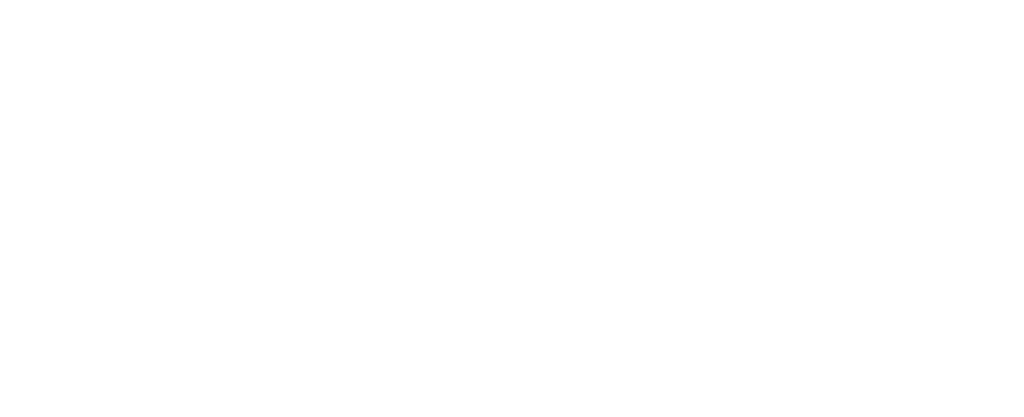
<source format=kicad_pcb>

(kicad_pcb (version 4) (host pcbnew 4.0.7)

	(general
		(links 0)
		(no_connects 0)
		(area 77.052499 41.877835 92.193313 53.630501)
		(thickness 1.6)
		(drawings 8)
		(tracks 0)
		(zones 0)
		(modules 1)
		(nets 1)
	)

	(page A4)
	(layers
		(0 F.Cu signal)
		(31 B.Cu signal)
		(32 B.Adhes user)
		(33 F.Adhes user)
		(34 B.Paste user)
		(35 F.Paste user)
		(36 B.SilkS user)
		(37 F.SilkS user)
		(38 B.Mask user)
		(39 F.Mask user)
		(40 Dwgs.User user)
		(41 Cmts.User user)
		(42 Eco1.User user)
		(43 Eco2.User user)
		(44 Edge.Cuts user)
		(45 Margin user)
		(46 B.CrtYd user)
		(47 F.CrtYd user)
		(48 B.Fab user)
		(49 F.Fab user)
	)

	(setup
		(last_trace_width 0.25)
		(trace_clearance 0.2)
		(zone_clearance 0.508)
		(zone_45_only no)
		(trace_min 0.2)
		(segment_width 0.2)
		(edge_width 0.15)
		(via_size 0.6)
		(via_drill 0.4)
		(via_min_size 0.4)
		(via_min_drill 0.3)
		(uvia_size 0.3)
		(uvia_drill 0.1)
		(uvias_allowed no)
		(uvia_min_size 0.2)
		(uvia_min_drill 0.1)
		(pcb_text_width 0.3)
		(pcb_text_size 1.5 1.5)
		(mod_edge_width 0.15)
		(mod_text_size 1 1)
		(mod_text_width 0.15)
		(pad_size 1.524 1.524)
		(pad_drill 0.762)
		(pad_to_mask_clearance 0.2)
		(aux_axis_origin 0 0)
		(visible_elements FFFFFF7F)
		(pcbplotparams
			(layerselection 0x010f0_80000001)
			(usegerberextensions false)
			(excludeedgelayer true)
			(linewidth 0.100000)
			(plotframeref false)
			(viasonmask false)
			(mode 1)
			(useauxorigin false)
			(hpglpennumber 1)
			(hpglpenspeed 20)
			(hpglpendiameter 15)
			(hpglpenoverlay 2)
			(psnegative false)
			(psa4output false)
			(plotreference true)
			(plotvalue true)
			(plotinvisibletext false)
			(padsonsilk false)
			(subtractmaskfromsilk false)
			(outputformat 1)
			(mirror false)
			(drillshape 1)
			(scaleselection 1)
			(outputdirectory gerbers/))
	)

	(net 0 "")

	(net_class Default "This is the default net class."
		(clearance 0.2)
		(trace_width 0.25)
		(via_dia 0.6)
		(via_drill 0.4)
		(uvia_dia 0.3)
		(uvia_drill 0.1)
	)
(module LOGO (layer F.Cu)
  (at 0 0)
 (fp_text reference "G***" (at 0 0) (layer F.SilkS) hide
  (effects (font (thickness 0.3)))
  )
  (fp_text value "LOGO" (at 0.75 0) (layer F.SilkS) hide
  (effects (font (thickness 0.3)))
  )
  (fp_poly (pts (xy 1.686235 42.530847) (xy 1.695521 42.554466) (xy 1.713732 42.612673) (xy 1.739018 42.699116) (xy 1.769531 42.807445) (xy 1.803420 42.931306) (xy 1.810829 42.958830) (xy 1.845068 43.084970)
     (xy 1.876140 43.196755) (xy 1.902232 43.287880) (xy 1.921531 43.352040) (xy 1.932225 43.382928) (xy 1.933225 43.384614) (xy 1.955418 43.381765) (xy 2.014068 43.368961) (xy 2.104768 43.347301)
     (xy 2.223109 43.317888) (xy 2.364685 43.281820) (xy 2.525089 43.240199) (xy 2.699912 43.194127) (xy 2.760306 43.178056) (xy 2.939060 43.130811) (xy 3.104985 43.087794) (xy 3.253652 43.050088)
     (xy 3.380634 43.018781) (xy 3.481505 42.994956) (xy 3.551835 42.979700) (xy 3.587199 42.974098) (xy 3.590440 42.974551) (xy 3.598066 42.996796) (xy 3.615707 43.056742) (xy 3.642484 43.151184)
     (xy 3.677517 43.276916) (xy 3.719924 43.430733) (xy 3.768826 43.609429) (xy 3.823343 43.809799) (xy 3.882594 44.028638) (xy 3.945700 44.262738) (xy 4.011780 44.508895) (xy 4.014324 44.518390)
     (xy 4.080365 44.764860) (xy 4.143246 44.999367) (xy 4.202105 45.218711) (xy 4.256082 45.419691) (xy 4.304315 45.599107) (xy 4.345943 45.753760) (xy 4.380107 45.880448) (xy 4.405944 45.975971)
     (xy 4.422594 46.037130) (xy 4.429197 46.060724) (xy 4.429240 46.060842) (xy 4.450267 46.059609) (xy 4.505733 46.048585) (xy 4.589270 46.029248) (xy 4.694509 46.003076) (xy 4.815085 45.971548)
     (xy 4.823384 45.969326) (xy 4.945485 45.937667) (xy 5.053453 45.911711) (xy 5.140720 45.892872) (xy 5.200719 45.882561) (xy 5.226881 45.882192) (xy 5.227205 45.882484) (xy 5.234284 45.904416)
     (xy 5.251151 45.963245) (xy 5.276726 46.054953) (xy 5.309930 46.175524) (xy 5.349683 46.320940) (xy 5.394908 46.487183) (xy 5.444523 46.670235) (xy 5.497451 46.866079) (xy 5.552612 47.070698)
     (xy 5.608927 47.280073) (xy 5.665316 47.490188) (xy 5.720702 47.697025) (xy 5.774003 47.896565) (xy 5.824143 48.084792) (xy 5.870040 48.257688) (xy 5.910617 48.411236) (xy 5.944793 48.541417)
     (xy 5.971491 48.644215) (xy 5.989630 48.715611) (xy 5.998131 48.751588) (xy 5.998596 48.754306) (xy 5.979889 48.765288) (xy 5.926598 48.784810) (xy 5.845127 48.810823) (xy 5.741881 48.841277)
     (xy 5.630333 48.872218) (xy 5.510319 48.904716) (xy 5.403870 48.933814) (xy 5.317975 48.957581) (xy 5.259620 48.974084) (xy 5.236340 48.981162) (xy 5.238268 49.002896) (xy 5.251307 49.064919)
     (xy 5.275321 49.166705) (xy 5.310173 49.307730) (xy 5.355728 49.487471) (xy 5.411850 49.705404) (xy 5.478401 49.961003) (xy 5.555247 50.253746) (xy 5.642251 50.583108) (xy 5.739277 50.948565)
     (xy 5.846188 51.349593) (xy 5.962850 51.785667) (xy 6.022062 52.006500) (xy 6.115304 52.354431) (xy 6.205333 52.691189) (xy 6.291553 53.014509) (xy 6.373369 53.322124) (xy 6.450186 53.611770)
     (xy 6.521408 53.881179) (xy 6.586440 54.128087) (xy 6.644686 54.350226) (xy 6.695552 54.545332) (xy 6.738440 54.711138) (xy 6.772757 54.845378) (xy 6.797907 54.945787) (xy 6.813294 55.010099)
     (xy 6.818323 55.036046) (xy 6.818221 55.036458) (xy 6.795528 55.044727) (xy 6.736331 55.062530) (xy 6.645068 55.088632) (xy 6.526177 55.121799) (xy 6.384095 55.160796) (xy 6.223259 55.204390)
     (xy 6.048107 55.251347) (xy 5.990166 55.266773) (xy 5.811877 55.314210) (xy 5.646857 55.358209) (xy 5.499473 55.397598) (xy 5.374096 55.431204) (xy 5.275092 55.457858) (xy 5.206833 55.476386)
     (xy 5.173686 55.485616) (xy 5.171198 55.486422) (xy 5.175304 55.506787) (xy 5.189034 55.562213) (xy 5.210887 55.646917) (xy 5.239361 55.755115) (xy 5.272955 55.881022) (xy 5.292572 55.953883)
     (xy 5.327865 56.087556) (xy 5.357956 56.207358) (xy 5.381479 56.307349) (xy 5.397066 56.381587) (xy 5.403353 56.424129) (xy 5.402457 56.431784) (xy 5.378980 56.440247) (xy 5.319431 56.458106)
     (xy 5.228680 56.484002) (xy 5.111600 56.516576) (xy 4.973063 56.554468) (xy 4.817940 56.596319) (xy 4.699000 56.628065) (xy 4.526802 56.673872) (xy 4.322349 56.728341) (xy 4.094274 56.789168)
     (xy 3.851209 56.854048) (xy 3.601787 56.920677) (xy 3.354640 56.986749) (xy 3.118402 57.049960) (xy 3.026833 57.074480) (xy 2.830134 57.126796) (xy 2.646004 57.175063) (xy 2.478453 57.218278)
     (xy 2.331490 57.255442) (xy 2.209124 57.285554) (xy 2.115364 57.307613) (xy 2.054220 57.320618) (xy 2.029701 57.323568) (xy 2.029498 57.323423) (xy 2.021559 57.300964) (xy 2.004750 57.244771)
     (xy 1.981035 57.162030) (xy 1.952379 57.059929) (xy 1.920746 56.945657) (xy 1.888102 56.826401) (xy 1.856410 56.709350) (xy 1.827635 56.601691) (xy 1.803742 56.510612) (xy 1.786695 56.443301)
     (xy 1.778459 56.406947) (xy 1.778000 56.403241) (xy 1.758282 56.406731) (xy 1.701999 56.420152) (xy 1.613451 56.442394) (xy 1.496941 56.472349) (xy 1.356770 56.508906) (xy 1.197241 56.550955)
     (xy 1.022655 56.597388) (xy 0.951623 56.616389) (xy 0.771812 56.664198) (xy 0.604889 56.707871) (xy 0.455238 56.746313) (xy 0.327242 56.778431) (xy 0.225284 56.803131) (xy 0.153749 56.819319)
     (xy 0.117018 56.825900) (xy 0.113103 56.825659) (xy 0.106076 56.803969) (xy 0.088864 56.744080) (xy 0.062201 56.648691) (xy 0.026824 56.520504) (xy -0.016535 56.362220) (xy -0.067139 56.176540)
     (xy -0.124255 55.966164) (xy -0.187147 55.733793) (xy -0.255080 55.482128) (xy -0.327321 55.213870) (xy -0.403133 54.931719) (xy -0.470665 54.679883) (xy -0.548908 54.388033) (xy -0.624138 54.107807)
     (xy -0.695627 53.841898) (xy -0.762644 53.593001) (xy -0.824463 53.363811) (xy -0.880352 53.157024) (xy -0.929583 52.975334) (xy -0.971427 52.821435) (xy -1.005155 52.698023) (xy -1.030038 52.607793)
     (xy -1.045346 52.553440) (xy -1.050301 52.537441) (xy -1.071952 52.540502) (xy -1.129439 52.553375) (xy -1.217736 52.574804) (xy -1.331817 52.603535) (xy -1.466657 52.638313) (xy -1.617229 52.677884)
     (xy -1.684415 52.695755) (xy -1.860654 52.742864) (xy -2.000184 52.780562) (xy -2.107197 52.810352) (xy -2.185885 52.833738) (xy -2.240440 52.852221) (xy -2.275057 52.867305) (xy -2.293927 52.880492)
     (xy -2.301242 52.893286) (xy -2.301196 52.907189) (xy -2.299473 52.916231) (xy -2.292592 52.943525) (xy -2.275456 53.008987) (xy -2.248790 53.109900) (xy -2.213318 53.243547) (xy -2.169766 53.407210)
     (xy -2.118858 53.598174) (xy -2.061319 53.813721) (xy -1.997875 54.051134) (xy -1.929249 54.307696) (xy -1.856167 54.580690) (xy -1.779353 54.867400) (xy -1.699533 55.165108) (xy -1.695385 55.180573)
     (xy -1.615795 55.477683) (xy -1.539506 55.763222) (xy -1.467214 56.034546) (xy -1.399614 56.289009) (xy -1.337402 56.523966) (xy -1.281275 56.736772) (xy -1.231928 56.924782) (xy -1.190058 57.085350)
     (xy -1.156359 57.215833) (xy -1.131528 57.313584) (xy -1.116261 57.375959) (xy -1.111254 57.400313) (xy -1.111317 57.400539) (xy -1.132074 57.406555) (xy -1.191874 57.423022) (xy -1.288895 57.449452)
     (xy -1.421313 57.485354) (xy -1.587305 57.530241) (xy -1.785048 57.583623) (xy -2.012720 57.645011) (xy -2.268496 57.713916) (xy -2.550554 57.789850) (xy -2.857071 57.872323) (xy -3.186223 57.960847)
     (xy -3.536188 58.054933) (xy -3.905143 58.154090) (xy -4.291264 58.257832) (xy -4.692729 58.365668) (xy -5.107714 58.477110) (xy -5.534396 58.591668) (xy -5.970953 58.708855) (xy -6.415561 58.828180)
     (xy -6.866397 58.949155) (xy -7.321638 59.071291) (xy -7.779461 59.194099) (xy -8.238042 59.317091) (xy -8.695560 59.439776) (xy -9.150190 59.561666) (xy -9.600110 59.682273) (xy -10.043497 59.801107)
     (xy -10.478527 59.917679) (xy -10.903377 60.031500) (xy -11.316225 60.142082) (xy -11.715248 60.248935) (xy -12.098621 60.351571) (xy -12.464523 60.449500) (xy -12.811130 60.542234) (xy -13.136618 60.629283)
     (xy -13.439166 60.710160) (xy -13.716950 60.784373) (xy -13.968146 60.851436) (xy -14.190933 60.910858) (xy -14.383486 60.962152) (xy -14.543982 61.004827) (xy -14.670599 61.038395) (xy -14.761514 61.062367)
     (xy -14.814903 61.076254) (xy -14.829417 61.079768) (xy -14.835056 61.059300) (xy -14.850917 61.000558) (xy -14.876296 60.906167) (xy -14.910491 60.778752) (xy -14.952798 60.620939) (xy -15.002514 60.435352)
     (xy -15.058937 60.224618) (xy -15.121362 59.991360) (xy -15.189088 59.738204) (xy -15.261411 59.467777) (xy -15.337628 59.182701) (xy -15.417037 58.885604) (xy -15.428333 58.843334) (xy -15.508318 58.544057)
     (xy -15.585333 58.255956) (xy -15.658663 57.981704) (xy -15.727592 57.723974) (xy -15.791405 57.485438) (xy -15.849387 57.268769) (xy -15.900822 57.076639) (xy -15.944996 56.911721) (xy -15.981192 56.776687)
     (xy -16.008695 56.674210) (xy -16.026790 56.606963) (xy -16.034762 56.577618) (xy -16.035006 56.576764) (xy -16.042748 56.568551) (xy -16.062417 56.565620) (xy -16.098070 56.568825) (xy -16.153766 56.579022)
     (xy -16.233563 56.597064) (xy -16.341520 56.623807) (xy -16.481694 56.660106) (xy -16.658145 56.706817) (xy -16.679926 56.712622) (xy -16.858805 56.760552) (xy -17.000745 56.799263) (xy -17.109800 56.830112)
     (xy -17.190022 56.854454) (xy -17.245464 56.873645) (xy -17.280180 56.889039) (xy -17.298223 56.901992) (xy -17.303644 56.913860) (xy -17.302581 56.920853) (xy -17.294507 56.949441) (xy -17.276501 57.015277)
     (xy -17.249452 57.115033) (xy -17.214252 57.245381) (xy -17.171791 57.402995) (xy -17.122960 57.584546) (xy -17.068648 57.786708) (xy -17.009747 58.006152) (xy -16.947147 58.239552) (xy -16.881739 58.483581)
     (xy -16.814413 58.734909) (xy -16.746059 58.990211) (xy -16.677569 59.246159) (xy -16.609832 59.499426) (xy -16.543740 59.746683) (xy -16.480182 59.984603) (xy -16.420050 60.209860) (xy -16.364233 60.419126)
     (xy -16.313623 60.609072) (xy -16.269109 60.776373) (xy -16.231583 60.917699) (xy -16.201934 61.029725) (xy -16.181054 61.109123) (xy -16.169833 61.152564) (xy -16.168138 61.159674) (xy -16.169361 61.170736)
     (xy -16.179487 61.182246) (xy -16.202126 61.195362) (xy -16.240890 61.211240) (xy -16.299388 61.231037) (xy -16.381230 61.255909) (xy -16.490027 61.287014) (xy -16.629390 61.325507) (xy -16.802928 61.372545)
     (xy -16.986250 61.421786) (xy -17.165714 61.469928) (xy -17.331968 61.514636) (xy -17.480671 61.554734) (xy -17.607482 61.589046) (xy -17.708059 61.616397) (xy -17.778062 61.635611) (xy -17.813147 61.645512)
     (xy -17.816419 61.646586) (xy -17.812485 61.667117) (xy -17.798895 61.722693) (xy -17.777147 61.807523) (xy -17.748736 61.915814) (xy -17.715158 62.041774) (xy -17.695562 62.114517) (xy -17.660217 62.248144)
     (xy -17.630040 62.367871) (xy -17.606402 62.467763) (xy -17.590679 62.541884) (xy -17.584245 62.584300) (xy -17.585059 62.591887) (xy -17.607386 62.599253) (xy -17.667531 62.616643) (xy -17.762398 62.643216)
     (xy -17.888892 62.678127) (xy -18.043916 62.720534) (xy -18.224375 62.769593) (xy -18.427173 62.824462) (xy -18.649213 62.884297) (xy -18.887400 62.948256) (xy -19.138637 63.015495) (xy -19.240500 63.042695)
     (xy -19.496587 63.111048) (xy -19.741278 63.176389) (xy -19.971428 63.237875) (xy -20.183891 63.294665) (xy -20.375522 63.345918) (xy -20.543176 63.390792) (xy -20.683706 63.428444) (xy -20.793968 63.458034)
     (xy -20.870815 63.478719) (xy -20.911103 63.489658) (xy -20.916178 63.491086) (xy -20.951335 63.492052) (xy -20.961529 63.484986) (xy -20.969652 63.460487) (xy -20.986831 63.401106) (xy -21.011383 63.312915)
     (xy -21.041631 63.201980) (xy -21.075894 63.074373) (xy -21.093393 63.008531) (xy -21.128926 62.876745) (xy -21.161505 62.760367) (xy -21.189443 62.665069) (xy -21.211052 62.596519) (xy -21.224645 62.560387)
     (xy -21.227958 62.556274) (xy -21.250558 62.563213) (xy -21.309623 62.579855) (xy -21.400714 62.604988) (xy -21.519394 62.637402) (xy -21.661223 62.675886) (xy -21.821764 62.719229) (xy -21.996579 62.766221)
     (xy -22.052372 62.781178) (xy -22.274716 62.840276) (xy -22.458590 62.888076) (xy -22.606176 62.925086) (xy -22.719658 62.951813) (xy -22.801218 62.968767) (xy -22.853040 62.976456) (xy -22.877307 62.975387)
     (xy -22.879391 62.973708) (xy -22.886561 62.950714) (xy -22.904044 62.889110) (xy -22.931218 62.791184) (xy -22.967465 62.659221) (xy -23.012166 62.495511) (xy -23.064700 62.302341) (xy -23.124448 62.081997)
     (xy -23.190791 61.836768) (xy -23.263109 61.568941) (xy -23.340783 61.280804) (xy -23.423194 60.974643) (xy -23.509721 60.652746) (xy -23.599745 60.317402) (xy -23.692648 59.970896) (xy -23.697135 59.954148)
     (xy -23.790129 59.607599) (xy -23.880360 59.272396) (xy -23.967205 58.950803) (xy -24.050042 58.645084) (xy -24.128248 58.357502) (xy -24.201200 58.090321) (xy -24.268275 57.845805) (xy -24.328851 57.626218)
     (xy -24.382305 57.433823) (xy -24.428015 57.270884) (xy -24.465356 57.139664) (xy -24.493708 57.042428) (xy -24.512446 56.981439) (xy -24.520949 56.958961) (xy -24.521117 56.958887) (xy -24.547623 56.963898)
     (xy -24.608122 56.978198) (xy -24.695732 57.000069) (xy -24.803566 57.027793) (xy -24.918204 57.057919) (xy -25.037560 57.089030) (xy -25.142031 57.115182) (xy -25.225079 57.134826) (xy -25.280164 57.146415)
     (xy -25.300699 57.148491) (xy -25.307196 57.127050) (xy -25.323705 57.067996) (xy -25.349337 56.974622) (xy -25.383201 56.850222) (xy -25.424405 56.698088) (xy -25.472061 56.521512) (xy -25.525276 56.323787)
     (xy -25.583161 56.108207) (xy -25.644826 55.878063) (xy -25.692158 55.701098) (xy -25.776899 55.382707) (xy -25.850160 55.104602) (xy -25.912048 54.866352) (xy -25.962669 54.667527) (xy -26.002130 54.507694)
     (xy -26.030540 54.386424) (xy -26.048004 54.303286) (xy -26.054630 54.257849) (xy -26.053296 54.248392) (xy -26.025875 54.238482) (xy -25.964754 54.220184) (xy -25.877253 54.195570) (xy -25.770691 54.166712)
     (xy -25.685750 54.144333) (xy -25.569586 54.113521) (xy -25.466844 54.085224) (xy -25.384949 54.061570) (xy -25.331326 54.044687) (xy -25.314412 54.037930) (xy -25.311505 54.025498) (xy -25.314552 53.993811)
     (xy -25.324089 53.940704) (xy -25.340650 53.864010) (xy -25.364770 53.761566) (xy -25.396983 53.631204) (xy -25.437825 53.470760) (xy -25.487828 53.278069) (xy -25.547529 53.050963) (xy -25.617462 52.787279)
     (xy -25.693960 52.500558) (xy -25.759842 52.254222) (xy -25.822662 52.019411) (xy -25.881546 51.799389) (xy -25.935619 51.597423) (xy -25.984007 51.416777) (xy -26.025834 51.260716) (xy -26.060226 51.132506)
     (xy -26.070127 51.095645) (xy -25.843765 51.095645) (xy -25.843764 51.095715) (xy -25.838271 51.120943) (xy -25.822607 51.183784) (xy -25.797631 51.280978) (xy -25.764202 51.409269) (xy -25.723179 51.565397)
     (xy -25.675421 51.746104) (xy -25.621786 51.948130) (xy -25.563133 52.168219) (xy -25.500322 52.403111) (xy -25.434211 52.649548) (xy -25.433530 52.652084) (xy -25.367607 52.897854) (xy -25.305147 53.131545)
     (xy -25.246990 53.349969) (xy -25.193973 53.549935) (xy -25.146935 53.728256) (xy -25.106715 53.881742) (xy -25.074151 54.007205) (xy -25.050082 54.101455) (xy -25.035347 54.161303) (xy -25.030783 54.183562)
     (xy -25.030810 54.183614) (xy -25.052422 54.191181) (xy -25.108500 54.207728) (xy -25.192580 54.231433) (xy -25.298196 54.260475) (xy -25.418882 54.293031) (xy -25.422725 54.294058) (xy -25.543604 54.326594)
     (xy -25.649463 54.355536) (xy -25.733879 54.379092) (xy -25.790431 54.395469) (xy -25.812695 54.402873) (xy -25.812772 54.402944) (xy -25.808541 54.424051) (xy -25.794306 54.481692) (xy -25.771228 54.571565)
     (xy -25.740464 54.689370) (xy -25.703174 54.830804) (xy -25.660515 54.991567) (xy -25.613646 55.167358) (xy -25.563727 55.353874) (xy -25.511916 55.546814) (xy -25.459371 55.741877) (xy -25.407251 55.934762)
     (xy -25.356714 56.121167) (xy -25.308920 56.296791) (xy -25.265027 56.457332) (xy -25.226193 56.598490) (xy -25.193577 56.715961) (xy -25.168338 56.805446) (xy -25.151635 56.862643) (xy -25.144683 56.883206)
     (xy -25.121650 56.881533) (xy -25.064311 56.870088) (xy -24.979164 56.850379) (xy -24.872707 56.823915) (xy -24.751438 56.792203) (xy -24.743834 56.790167) (xy -24.622484 56.757899) (xy -24.516225 56.730163)
     (xy -24.431389 56.708569) (xy -24.374310 56.694728) (xy -24.351320 56.690249) (xy -24.351153 56.690326) (xy -24.345405 56.710933) (xy -24.329321 56.770177) (xy -24.303508 56.865796) (xy -24.268571 56.995531)
     (xy -24.225117 57.157124) (xy -24.173752 57.348314) (xy -24.115083 57.566843) (xy -24.049716 57.810451) (xy -23.978258 58.076878) (xy -23.901314 58.363866) (xy -23.819492 58.669155) (xy -23.733398 58.990485)
     (xy -23.643638 59.325598) (xy -23.550818 59.672233) (xy -23.541013 59.708854) (xy -23.447863 60.056637) (xy -23.357648 60.393173) (xy -23.270979 60.716198) (xy -23.188466 61.023449) (xy -23.110720 61.312664)
     (xy -23.038350 61.581579) (xy -22.971968 61.827931) (xy -22.912183 62.049457) (xy -22.859606 62.243895) (xy -22.814846 62.408980) (xy -22.778516 62.542450) (xy -22.751223 62.642042) (xy -22.733580 62.705493)
     (xy -22.726196 62.730539) (xy -22.726044 62.730846) (xy -22.704538 62.727298) (xy -22.646539 62.713791) (xy -22.556411 62.691442) (xy -22.438518 62.661370) (xy -22.297227 62.624692) (xy -22.136901 62.582526)
     (xy -21.961906 62.535988) (xy -21.894703 62.517990) (xy -21.715490 62.470085) (xy -21.549424 62.426048) (xy -21.400857 62.387006) (xy -21.274142 62.354086) (xy -21.173630 62.328418) (xy -21.103673 62.311127)
     (xy -21.068624 62.303342) (xy -21.065375 62.303096) (xy -21.058245 62.324498) (xy -21.042214 62.380133) (xy -21.019147 62.463295) (xy -20.990907 62.567274) (xy -20.964384 62.666432) (xy -20.919337 62.835537)
     (xy -20.883626 62.968025) (xy -20.855848 63.068226) (xy -20.834598 63.140472) (xy -20.818471 63.189092) (xy -20.806065 63.218418) (xy -20.795975 63.232780) (xy -20.786797 63.236508) (xy -20.780017 63.235060)
     (xy -20.755683 63.228161) (xy -20.693803 63.211246) (xy -20.597735 63.185216) (xy -20.470833 63.150975) (xy -20.316453 63.109426) (xy -20.137953 63.061470) (xy -19.938686 63.008010) (xy -19.722010 62.949949)
     (xy -19.491281 62.888190) (xy -19.325167 62.843766) (xy -19.086439 62.779925) (xy -18.859260 62.719134) (xy -18.647008 62.662300) (xy -18.453062 62.610328) (xy -18.280801 62.564125) (xy -18.133604 62.524599)
     (xy -18.014850 62.492655) (xy -17.927918 62.469200) (xy -17.876187 62.455142) (xy -17.862804 62.451400) (xy -17.853138 62.443302) (xy -17.849436 62.423452) (xy -17.852617 62.387047) (xy -17.863600 62.329287)
     (xy -17.883302 62.245369) (xy -17.912642 62.130491) (xy -17.952540 61.979853) (xy -17.954215 61.973587) (xy -17.989621 61.839809) (xy -18.020514 61.720347) (xy -18.045447 61.621035) (xy -18.062968 61.547705)
     (xy -18.071630 61.506193) (xy -18.072096 61.499040) (xy -18.050759 61.492175) (xy -17.992934 61.475627) (xy -17.903041 61.450609) (xy -17.785500 61.418332) (xy -17.644731 61.380009) (xy -17.485153 61.336851)
     (xy -17.311186 61.290070) (xy -17.261018 61.276627) (xy -17.083278 61.228737) (xy -16.918260 61.183706) (xy -16.770465 61.142803) (xy -16.644397 61.107301) (xy -16.544557 61.078471) (xy -16.475448 61.057584)
     (xy -16.441572 61.045912) (xy -16.439072 61.044526) (xy -16.441981 61.022206) (xy -16.455242 60.961720) (xy -16.478162 60.865767) (xy -16.510044 60.737045) (xy -16.550193 60.578255) (xy -16.597914 60.392096)
     (xy -16.652511 60.181267) (xy -16.713290 59.948468) (xy -16.779554 59.696397) (xy -16.850609 59.427755) (xy -16.925759 59.145241) (xy -16.995367 58.884905) (xy -17.073639 58.592494) (xy -17.148605 58.311701)
     (xy -17.219561 58.045211) (xy -17.285798 57.795713) (xy -17.346611 57.565892) (xy -17.401292 57.358435) (xy -17.449135 57.176029) (xy -17.489433 57.021360) (xy -17.521479 56.897116) (xy -17.544568 56.805982)
     (xy -17.557991 56.750645) (xy -17.561234 56.733678) (xy -17.537744 56.724756) (xy -17.478909 56.707022) (xy -17.390007 56.681849) (xy -17.276316 56.650613) (xy -17.143115 56.614687) (xy -16.995681 56.575444)
     (xy -16.839293 56.534259) (xy -16.679228 56.492506) (xy -16.520765 56.451559) (xy -16.369182 56.412792) (xy -16.229757 56.377579) (xy -16.107768 56.347293) (xy -16.008492 56.323308) (xy -15.937209 56.307000)
     (xy -15.899197 56.299741) (xy -15.894371 56.299768) (xy -15.887364 56.321700) (xy -15.870173 56.381905) (xy -15.843511 56.477753) (xy -15.808093 56.606610) (xy -15.764631 56.765844) (xy -15.713840 56.952822)
     (xy -15.656431 57.164913) (xy -15.593120 57.399484) (xy -15.524620 57.653902) (xy -15.451643 57.925535) (xy -15.374904 58.211750) (xy -15.295117 58.509916) (xy -15.280537 58.564459) (xy -14.679084 60.815002)
     (xy -14.624615 60.804111) (xy -14.598585 60.797529) (xy -14.533546 60.780475) (xy -14.431376 60.753454) (xy -14.293951 60.716967) (xy -14.123148 60.671519) (xy -13.920846 60.617612) (xy -13.688921 60.555749)
     (xy -13.429251 60.486433) (xy -13.143713 60.410168) (xy -12.834183 60.327455) (xy -12.502540 60.238799) (xy -12.150661 60.144702) (xy -11.780423 60.045667) (xy -11.393702 59.942198) (xy -10.992378 59.834797)
     (xy -10.578325 59.723967) (xy -10.153423 59.610211) (xy -9.719548 59.494033) (xy -9.278578 59.375935) (xy -8.832389 59.256420) (xy -8.382859 59.135992) (xy -7.931866 59.015153) (xy -7.481286 58.894407)
     (xy -7.032996 58.774255) (xy -6.588875 58.655203) (xy -6.150799 58.537751) (xy -5.720646 58.422405) (xy -5.300292 58.309665) (xy -4.891616 58.200036) (xy -4.496494 58.094021) (xy -4.116803 57.992122)
     (xy -3.754422 57.894842) (xy -3.411226 57.802685) (xy -3.089094 57.716154) (xy -2.789903 57.635751) (xy -2.515529 57.561979) (xy -2.267851 57.495343) (xy -2.048745 57.436343) (xy -1.860088 57.385485)
     (xy -1.703759 57.343270) (xy -1.581634 57.310201) (xy -1.495590 57.286783) (xy -1.447505 57.273517) (xy -1.437850 57.270707) (xy -1.362283 57.245250) (xy -2.576851 52.715584) (xy -2.521384 52.700459)
     (xy -2.392826 52.665527) (xy -2.246729 52.626035) (xy -2.088042 52.583303) (xy -1.921715 52.538648) (xy -1.752698 52.493392) (xy -1.585942 52.448852) (xy -1.426396 52.406348) (xy -1.279011 52.367198)
     (xy -1.148737 52.332723) (xy -1.040525 52.304241) (xy -0.959323 52.283071) (xy -0.910082 52.270532) (xy -0.897028 52.267603) (xy -0.891323 52.288086) (xy -0.875394 52.346788) (xy -0.849962 52.441030)
     (xy -0.815743 52.568135) (xy -0.773458 52.725427) (xy -0.723824 52.910228) (xy -0.667562 53.119861) (xy -0.605389 53.351650) (xy -0.538023 53.602916) (xy -0.466185 53.870983) (xy -0.390593 54.153174)
     (xy -0.319571 54.418402) (xy -0.241148 54.711153) (xy -0.165756 54.992254) (xy -0.094120 55.259022) (xy -0.026966 55.508774) (xy 0.034984 55.738827) (xy 0.091004 55.946499) (xy 0.140370 56.129107)
     (xy 0.182359 56.283968) (xy 0.216244 56.408400) (xy 0.241303 56.499719) (xy 0.256811 56.555243) (xy 0.262005 56.572395) (xy 0.283207 56.568551) (xy 0.340918 56.554780) (xy 0.430783 56.532206)
     (xy 0.548445 56.501951) (xy 0.689550 56.465139) (xy 0.849740 56.422894) (xy 1.024661 56.376339) (xy 1.092114 56.358281) (xy 1.271362 56.310414) (xy 1.437477 56.266428) (xy 1.586104 56.227449)
     (xy 1.712890 56.194602) (xy 1.813481 56.169012) (xy 1.883522 56.151803) (xy 1.918659 56.144102) (xy 1.921941 56.143886) (xy 1.929065 56.165269) (xy 1.945502 56.221659) (xy 1.969603 56.307173)
     (xy 1.999717 56.415930) (xy 2.034197 56.542046) (xy 2.052508 56.609592) (xy 2.088569 56.742106) (xy 2.121138 56.860128) (xy 2.148559 56.957792) (xy 2.169175 57.029228) (xy 2.181330 57.068570)
     (xy 2.183716 57.074371) (xy 2.204687 57.069942) (xy 2.262588 57.055499) (xy 2.353489 57.032095) (xy 2.473459 57.000783) (xy 2.618566 56.962616) (xy 2.784881 56.918647) (xy 2.968472 56.869930)
     (xy 3.165408 56.817517) (xy 3.371759 56.762462) (xy 3.583594 56.705817) (xy 3.796982 56.648636) (xy 4.007993 56.591971) (xy 4.212695 56.536877) (xy 4.407157 56.484405) (xy 4.587450 56.435610)
     (xy 4.749642 56.391543) (xy 4.889802 56.353259) (xy 5.004000 56.321810) (xy 5.088304 56.298250) (xy 5.138785 56.283631) (xy 5.152162 56.279100) (xy 5.148635 56.257415) (xy 5.135422 56.200761)
     (xy 5.114004 56.115004) (xy 5.085860 56.006011) (xy 5.052472 55.879645) (xy 5.033439 55.808684) (xy 4.997928 55.675649) (xy 4.966922 55.556988) (xy 4.941894 55.458550) (xy 4.924317 55.386183)
     (xy 4.915665 55.345737) (xy 4.915190 55.339254) (xy 4.936383 55.332526) (xy 4.994086 55.316090) (xy 5.083906 55.291150) (xy 5.201451 55.258908) (xy 5.342328 55.220568) (xy 5.502143 55.177334)
     (xy 5.676505 55.130407) (xy 5.733463 55.115128) (xy 5.911680 55.066855) (xy 6.076803 55.021166) (xy 6.224416 54.979355) (xy 6.350103 54.942716) (xy 6.449449 54.912544) (xy 6.518037 54.890131)
     (xy 6.551452 54.876773) (xy 6.553972 54.874686) (xy 6.549601 54.851947) (xy 6.534830 54.790610) (xy 6.510260 54.692954) (xy 6.476491 54.561260) (xy 6.434122 54.397809) (xy 6.383753 54.204880)
     (xy 6.325985 53.984755) (xy 6.261417 53.739715) (xy 6.190648 53.472038) (xy 6.114279 53.184006) (xy 6.032910 52.877900) (xy 5.947140 52.556000) (xy 5.857569 52.220587) (xy 5.764797 51.873940)
     (xy 5.758005 51.848590) (xy 5.665068 51.501490) (xy 5.575279 51.165635) (xy 5.489237 50.843290) (xy 5.407541 50.536721) (xy 5.330791 50.248195) (xy 5.259586 49.979978) (xy 5.194526 49.734335)
     (xy 5.136209 49.513534) (xy 5.085235 49.319839) (xy 5.042203 49.155518) (xy 5.007713 49.022836) (xy 4.982364 48.924059) (xy 4.966756 48.861453) (xy 4.961487 48.837285) (xy 4.961530 48.837081)
     (xy 4.983632 48.829224) (xy 5.040082 48.812376) (xy 5.124309 48.788408) (xy 5.229745 48.759191) (xy 5.346645 48.727448) (xy 5.466423 48.694247) (xy 5.571253 48.663322) (xy 5.654579 48.636761)
     (xy 5.709842 48.616651) (xy 5.730438 48.605269) (xy 5.726139 48.582482) (xy 5.711962 48.523164) (xy 5.689055 48.431654) (xy 5.658569 48.312293) (xy 5.621656 48.169421) (xy 5.579465 48.007376)
     (xy 5.533147 47.830500) (xy 5.483853 47.643132) (xy 5.432732 47.449612) (xy 5.380936 47.254279) (xy 5.329614 47.061475) (xy 5.279918 46.875538) (xy 5.232998 46.700808) (xy 5.190004 46.541625)
     (xy 5.152086 46.402330) (xy 5.120396 46.287262) (xy 5.096084 46.200761) (xy 5.080300 46.147167) (xy 5.074451 46.130729) (xy 5.052791 46.133753) (xy 4.996721 46.146407) (xy 4.912655 46.167107)
     (xy 4.807004 46.194274) (xy 4.686182 46.226324) (xy 4.678283 46.228451) (xy 4.556791 46.260793) (xy 4.450144 46.288432) (xy 4.364738 46.309773) (xy 4.306967 46.323220) (xy 4.283225 46.327178)
     (xy 4.283016 46.327072) (xy 4.276672 46.306137) (xy 4.260245 46.247475) (xy 4.234594 46.154257) (xy 4.200578 46.029649) (xy 4.159057 45.876821) (xy 4.110890 45.698941) (xy 4.056935 45.499177)
     (xy 3.998053 45.280700) (xy 3.935102 45.046676) (xy 3.868941 44.800274) (xy 3.863015 44.778183) (xy 3.796575 44.530776) (xy 3.733218 44.295422) (xy 3.673809 44.075295) (xy 3.619212 43.873570)
     (xy 3.570290 43.693422) (xy 3.527907 43.538025) (xy 3.492928 43.410554) (xy 3.466217 43.314183) (xy 3.448637 43.252088) (xy 3.441053 43.227442) (xy 3.440896 43.227174) (xy 3.419312 43.230623)
     (xy 3.361279 43.243993) (xy 3.271213 43.266161) (xy 3.153531 43.296003) (xy 3.012652 43.332395) (xy 2.852991 43.374213) (xy 2.678967 43.420335) (xy 2.627005 43.434205) (xy 2.448887 43.481451)
     (xy 2.283162 43.524693) (xy 2.134370 43.562801) (xy 2.007049 43.594645) (xy 1.905736 43.619093) (xy 1.834971 43.635015) (xy 1.799291 43.641281) (xy 1.796255 43.641169) (xy 1.783404 43.619069)
     (xy 1.762013 43.562189) (xy 1.734090 43.476750) (xy 1.701643 43.368970) (xy 1.666679 43.245069) (xy 1.657677 43.211919) (xy 1.623279 43.085157) (xy 1.592376 42.972990) (xy 1.566706 42.881593)
     (xy 1.548010 42.817142) (xy 1.538027 42.785811) (xy 1.537072 42.783851) (xy 1.516387 42.788258) (xy 1.458738 42.802574) (xy 1.368055 42.825757) (xy 1.248266 42.856765) (xy 1.103300 42.894557)
     (xy 0.937088 42.938090) (xy 0.753557 42.986324) (xy 0.556637 43.038216) (xy 0.350256 43.092725) (xy 0.138345 43.148809) (xy -0.075169 43.205427) (xy -0.286355 43.261536) (xy -0.491286 43.316096)
     (xy -0.686031 43.368065) (xy -0.866662 43.416400) (xy -1.029250 43.460061) (xy -1.169866 43.498006) (xy -1.284580 43.529192) (xy -1.369464 43.552579) (xy -1.420589 43.567124) (xy -1.434506 43.571664)
     (xy -1.430968 43.592434) (xy -1.417833 43.648081) (xy -1.396610 43.732630) (xy -1.368811 43.840107) (xy -1.335945 43.964540) (xy -1.322318 44.015484) (xy -1.287931 44.144884) (xy -1.258082 44.259676)
     (xy -1.234273 44.353873) (xy -1.218006 44.421488) (xy -1.210784 44.456534) (xy -1.210730 44.460072) (xy -1.231881 44.466478) (xy -1.289569 44.482597) (xy -1.379426 44.507243) (xy -1.497082 44.539230)
     (xy -1.638169 44.577371) (xy -1.798317 44.620480) (xy -1.973159 44.667371) (xy -2.037292 44.684530) (xy -2.224382 44.735135) (xy -2.394616 44.782314) (xy -2.544100 44.824913) (xy -2.668942 44.861778)
     (xy -2.765249 44.891753) (xy -2.829129 44.913686) (xy -2.856689 44.926421) (xy -2.857500 44.927761) (xy -2.852144 44.951592) (xy -2.836643 45.013077) (xy -2.811848 45.108989) (xy -2.778611 45.236101)
     (xy -2.737785 45.391187) (xy -2.690220 45.571021) (xy -2.636768 45.772376) (xy -2.578280 45.992025) (xy -2.515609 46.226742) (xy -2.449606 46.473301) (xy -2.446704 46.484129) (xy -2.380752 46.730610)
     (xy -2.318265 46.965015) (xy -2.260077 47.184166) (xy -2.207022 47.384881) (xy -2.159931 47.563981) (xy -2.119640 47.718283) (xy -2.086981 47.844609) (xy -2.062788 47.939777) (xy -2.047895 48.000606)
     (xy -2.043134 48.023918) (xy -2.043183 48.024049) (xy -2.065017 48.031536) (xy -2.122301 48.048224) (xy -2.209791 48.072718) (xy -2.322240 48.103622) (xy -2.454404 48.139540) (xy -2.601037 48.179077)
     (xy -2.756893 48.220838) (xy -2.916728 48.263426) (xy -3.075295 48.305446) (xy -3.227350 48.345503) (xy -3.367647 48.382200) (xy -3.490940 48.414143) (xy -3.591984 48.439936) (xy -3.665534 48.458183)
     (xy -3.706345 48.467489) (xy -3.712931 48.468295) (xy -3.719020 48.447303) (xy -3.735312 48.388032) (xy -3.761102 48.293108) (xy -3.795684 48.165157) (xy -3.838352 48.006803) (xy -3.888403 47.820673)
     (xy -3.945129 47.609391) (xy -4.007827 47.375584) (xy -4.075790 47.121876) (xy -4.148314 46.850893) (xy -4.224693 46.565261) (xy -4.304221 46.267605) (xy -4.317624 46.217417) (xy -4.397718 45.917802)
     (xy -4.474917 45.629643) (xy -4.548504 45.355580) (xy -4.617764 45.098252) (xy -4.681981 44.860298) (xy -4.740438 44.644358) (xy -4.792419 44.453072) (xy -4.837209 44.289078) (xy -4.874091 44.155016)
     (xy -4.902350 44.053525) (xy -4.921270 43.987245) (xy -4.930134 43.958815) (xy -4.930570 43.957956) (xy -4.952426 43.961233) (xy -5.012547 43.974855) (xy -5.108325 43.998148) (xy -5.237150 44.030434)
     (xy -5.396415 44.071038) (xy -5.583511 44.119283) (xy -5.795830 44.174492) (xy -6.030763 44.235989) (xy -6.285701 44.303098) (xy -6.558038 44.375143) (xy -6.845163 44.451446) (xy -7.144469 44.531333)
     (xy -7.229394 44.554061) (xy -8.126707 44.794355) (xy -8.983449 45.023796) (xy -9.799947 45.242471) (xy -10.576525 45.450467) (xy -11.313509 45.647872) (xy -12.011224 45.834773) (xy -12.669995 46.011257)
     (xy -13.290147 46.177412) (xy -13.872007 46.333323) (xy -14.415898 46.479080) (xy -14.922146 46.614768) (xy -15.391076 46.740476) (xy -15.823015 46.856289) (xy -16.218286 46.962297) (xy -16.577215 47.058584)
     (xy -16.900128 47.145240) (xy -17.187349 47.222351) (xy -17.439204 47.290004) (xy -17.656018 47.348287) (xy -17.838117 47.397286) (xy -17.985825 47.437090) (xy -18.099468 47.467784) (xy -18.179371 47.489457)
     (xy -18.225860 47.502196) (xy -18.239396 47.506091) (xy -18.234606 47.526647) (xy -18.219533 47.585480) (xy -18.194870 47.679979) (xy -18.161310 47.807534) (xy -18.119545 47.965537) (xy -18.070269 48.151376)
     (xy -18.014175 48.362443) (xy -17.951956 48.596128) (xy -17.884304 48.849821) (xy -17.811913 49.120913) (xy -17.735476 49.406793) (xy -17.655685 49.704852) (xy -17.638395 49.769394) (xy -17.558027 50.069847)
     (xy -17.480995 50.358798) (xy -17.407982 50.633628) (xy -17.339674 50.891714) (xy -17.276755 51.130437) (xy -17.219911 51.347176) (xy -17.169826 51.539311) (xy -17.127185 51.704220) (xy -17.092674 51.839283)
     (xy -17.066976 51.941880) (xy -17.050778 52.009389) (xy -17.044763 52.039191) (xy -17.044856 52.040412) (xy -17.067362 52.048529) (xy -17.125252 52.065828) (xy -17.213259 52.090897) (xy -17.326113 52.122327)
     (xy -17.458545 52.158708) (xy -17.605287 52.198629) (xy -17.761069 52.240680) (xy -17.920623 52.283451) (xy -18.078680 52.325532) (xy -18.229972 52.365512) (xy -18.369228 52.401982) (xy -18.491181 52.433531)
     (xy -18.590561 52.458749) (xy -18.662100 52.476226) (xy -18.700528 52.484551) (xy -18.705642 52.484914) (xy -18.712132 52.463829) (xy -18.728696 52.405018) (xy -18.754472 52.311654) (xy -18.788601 52.186908)
     (xy -18.830220 52.033951) (xy -18.878469 51.855955) (xy -18.932487 51.656092) (xy -18.991413 51.437532) (xy -19.054385 51.203448) (xy -19.120543 50.957011) (xy -19.126364 50.935304) (xy -19.192758 50.687946)
     (xy -19.256044 50.452666) (xy -19.315360 50.232634) (xy -19.369845 50.031024) (xy -19.418637 49.851006) (xy -19.460876 49.695753) (xy -19.495700 49.568436) (xy -19.522247 49.472227) (xy -19.539657 49.410299)
     (xy -19.547067 49.385822) (xy -19.547209 49.385569) (xy -19.568538 49.389289) (xy -19.626365 49.402951) (xy -19.716327 49.425432) (xy -19.834062 49.455609) (xy -19.975206 49.492362) (xy -20.135395 49.534568)
     (xy -20.310267 49.581104) (xy -20.376438 49.598826) (xy -20.583992 49.654308) (xy -20.754380 49.699316) (xy -20.891237 49.734663) (xy -20.998196 49.761158) (xy -21.078895 49.779615) (xy -21.136966 49.790843)
     (xy -21.176046 49.795653) (xy -21.199769 49.794859) (xy -21.211771 49.789270) (xy -21.214143 49.785791) (xy -21.224282 49.755606) (xy -21.243218 49.691374) (xy -21.269007 49.599997) (xy -21.299703 49.488376)
     (xy -21.333362 49.363411) (xy -21.336658 49.351041) (xy -21.369853 49.227324) (xy -21.399605 49.118325) (xy -21.424141 49.030387) (xy -21.441688 48.969855) (xy -21.450472 48.943073) (xy -21.450886 48.942393)
     (xy -21.471621 48.946760) (xy -21.529313 48.961060) (xy -21.620033 48.984251) (xy -21.739850 49.015287) (xy -21.884837 49.053126) (xy -22.051065 49.096723) (xy -22.234603 49.145035) (xy -22.431524 49.197017)
     (xy -22.637899 49.251627) (xy -22.849798 49.307819) (xy -23.063292 49.364551) (xy -23.274453 49.420779) (xy -23.479352 49.475458) (xy -23.674059 49.527545) (xy -23.854645 49.575997) (xy -24.017182 49.619768)
     (xy -24.157741 49.657816) (xy -24.272392 49.689096) (xy -24.357207 49.712566) (xy -24.408257 49.727180) (xy -24.422105 49.731758) (xy -24.418742 49.752710) (xy -24.405760 49.808524) (xy -24.384660 49.893217)
     (xy -24.356947 50.000804) (xy -24.324121 50.125302) (xy -24.310516 50.176183) (xy -24.276106 50.305543) (xy -24.246185 50.420252) (xy -24.222262 50.514331) (xy -24.205849 50.581804) (xy -24.198454 50.616694)
     (xy -24.198329 50.620171) (xy -24.219345 50.626445) (xy -24.276902 50.642441) (xy -24.366635 50.666975) (xy -24.484180 50.698865) (xy -24.625172 50.736928) (xy -24.785246 50.779980) (xy -24.960039 50.826840)
     (xy -25.024292 50.844030) (xy -25.240066 50.902099) (xy -25.417667 50.950786) (xy -25.559991 50.990978) (xy -25.669931 51.023565) (xy -25.750384 51.049436) (xy -25.804243 51.069480) (xy -25.834406 51.084586)
     (xy -25.843765 51.095645) (xy -26.070127 51.095645) (xy -26.086307 51.035412) (xy -26.103204 50.972699) (xy -26.110034 50.947653) (xy -26.105552 50.937534) (xy -26.084655 50.924616) (xy -26.044120 50.907902)
     (xy -25.980726 50.886395) (xy -25.891250 50.859096) (xy -25.772473 50.825007) (xy -25.621171 50.783132) (xy -25.434123 50.732472) (xy -25.294077 50.694955) (xy -25.071588 50.635080) (xy -24.887911 50.584598)
     (xy -24.740747 50.542810) (xy -24.627796 50.509017) (xy -24.546757 50.482519) (xy -24.495332 50.462618) (xy -24.471220 50.448614) (xy -24.468667 50.443975) (xy -24.473925 50.414903) (xy -24.488588 50.351698)
     (xy -24.510986 50.261085) (xy -24.539452 50.149792) (xy -24.572317 50.024544) (xy -24.577946 50.003382) (xy -24.610756 49.878289) (xy -24.638752 49.767714) (xy -24.660428 49.677936) (xy -24.674277 49.615230)
     (xy -24.678793 49.585873) (xy -24.678461 49.584572) (xy -24.655941 49.576665) (xy -24.596346 49.559101) (xy -24.503367 49.532859) (xy -24.380695 49.498918) (xy -24.232021 49.458259) (xy -24.061036 49.411862)
     (xy -23.871431 49.360705) (xy -23.666898 49.305769) (xy -23.451128 49.248033) (xy -23.227812 49.188477) (xy -23.000641 49.128081) (xy -22.773306 49.067824) (xy -22.549499 49.008686) (xy -22.332910 48.951646)
     (xy -22.127232 48.897685) (xy -21.936154 48.847783) (xy -21.763369 48.802918) (xy -21.612567 48.764070) (xy -21.487440 48.732220) (xy -21.391678 48.708346) (xy -21.328974 48.693429) (xy -21.303017 48.688448)
     (xy -21.302552 48.688560) (xy -21.293380 48.712061) (xy -21.275272 48.770157) (xy -21.250070 48.856503) (xy -21.219618 48.964756) (xy -21.185758 49.088572) (xy -21.178330 49.116171) (xy -21.144013 49.242425)
     (xy -21.112754 49.354424) (xy -21.086388 49.445833) (xy -21.066748 49.510318) (xy -21.055670 49.541546) (xy -21.054593 49.543296) (xy -21.032087 49.540749) (xy -20.973191 49.528197) (xy -20.882365 49.506746)
     (xy -20.764069 49.477504) (xy -20.622760 49.441577) (xy -20.462900 49.400073) (xy -20.288946 49.354098) (xy -20.241873 49.341526) (xy -20.064317 49.294174) (xy -19.899181 49.250464) (xy -19.751019 49.211579)
     (xy -19.624389 49.178697) (xy -19.523845 49.153002) (xy -19.453945 49.135674) (xy -19.419244 49.127894) (xy -19.416627 49.127579) (xy -19.411619 49.127016) (xy -19.407136 49.126954) (xy -19.402436 49.130001)
     (xy -19.396777 49.138766) (xy -19.389416 49.155856) (xy -19.379611 49.183880) (xy -19.366621 49.225446) (xy -19.349703 49.283162) (xy -19.328115 49.359637) (xy -19.301114 49.457479) (xy -19.267960 49.579296)
     (xy -19.227908 49.727697) (xy -19.180218 49.905288) (xy -19.124147 50.114680) (xy -19.058953 50.358480) (xy -18.983894 50.639296) (xy -18.943765 50.789417) (xy -18.879936 51.028052) (xy -18.819326 51.254397)
     (xy -18.762817 51.465180) (xy -18.711289 51.657130) (xy -18.665621 51.826975) (xy -18.626694 51.971444) (xy -18.595389 52.087266) (xy -18.572585 52.171168) (xy -18.559163 52.219880) (xy -18.555785 52.231351)
     (xy -18.535324 52.226884) (xy -18.480078 52.212856) (xy -18.396088 52.190900) (xy -18.289394 52.162646) (xy -18.166039 52.129724) (xy -18.032065 52.093767) (xy -17.893512 52.056405) (xy -17.756422 52.019269)
     (xy -17.626836 51.983990) (xy -17.510797 51.952200) (xy -17.414345 51.925528) (xy -17.343523 51.905606) (xy -17.304371 51.894066) (xy -17.298554 51.891943) (xy -17.303118 51.871124) (xy -17.317971 51.812033)
     (xy -17.342424 51.717283) (xy -17.375786 51.589487) (xy -17.417364 51.431255) (xy -17.466470 51.245202) (xy -17.522410 51.033940) (xy -17.584496 50.800080) (xy -17.652035 50.546236) (xy -17.724337 50.275020)
     (xy -17.800710 49.989044) (xy -17.880465 49.690921) (xy -17.897706 49.626539) (xy -17.978066 49.326118) (xy -18.055135 49.037238) (xy -18.128223 48.762516) (xy -18.196646 48.504569) (xy -18.259714 48.266014)
     (xy -18.316740 48.049469) (xy -18.367038 47.857551) (xy -18.409920 47.692876) (xy -18.444699 47.558062) (xy -18.470687 47.455727) (xy -18.487197 47.388487) (xy -18.493542 47.358960) (xy -18.493518 47.357795)
     (xy -18.471078 47.349654) (xy -18.414192 47.332568) (xy -18.329345 47.308385) (xy -18.223025 47.278953) (xy -18.101720 47.246117) (xy -18.095043 47.244330) (xy -18.043534 47.230541) (xy -17.952804 47.206243)
     (xy -17.824519 47.171883) (xy -17.660349 47.127909) (xy -17.461963 47.074766) (xy -17.231029 47.012904) (xy -16.969215 46.942767) (xy -16.678191 46.864804) (xy -16.359624 46.779461) (xy -16.015184 46.687186)
     (xy -15.646540 46.588425) (xy -15.255359 46.483626) (xy -14.843311 46.373235) (xy -14.412063 46.257700) (xy -13.963286 46.137467) (xy -13.498647 46.012984) (xy -13.019814 45.884697) (xy -12.528458 45.753054)
     (xy -12.026245 45.618502) (xy -11.514846 45.481487) (xy -11.263353 45.414107) (xy -10.752483 45.277254) (xy -10.252105 45.143251) (xy -9.763768 45.012513) (xy -9.289022 44.885453) (xy -8.829417 44.762485)
     (xy -8.386501 44.644021) (xy -7.961825 44.530476) (xy -7.556937 44.422264) (xy -7.173388 44.319797) (xy -6.812727 44.223490) (xy -6.476504 44.133756) (xy -6.166267 44.051008) (xy -5.883567 43.975661)
     (xy -5.629952 43.908127) (xy -5.406973 43.848821) (xy -5.216179 43.798156) (xy -5.059120 43.756546) (xy -4.937344 43.724403) (xy -4.852402 43.702143) (xy -4.805843 43.690177) (xy -4.796937 43.688111)
     (xy -4.788158 43.708227) (xy -4.769214 43.767066) (xy -4.740719 43.862415) (xy -4.703289 43.992060) (xy -4.657539 44.153786) (xy -4.604084 44.345379) (xy -4.543538 44.564625) (xy -4.476517 44.809310)
     (xy -4.403635 45.077220) (xy -4.325508 45.366141) (xy -4.242750 45.673858) (xy -4.172289 45.937069) (xy -4.092083 46.236978) (xy -4.014785 46.525399) (xy -3.941110 46.799698) (xy -3.871773 47.057244)
     (xy -3.807487 47.295404) (xy -3.748967 47.511544) (xy -3.696927 47.703033) (xy -3.652082 47.867237) (xy -3.615145 48.001524) (xy -3.586832 48.103261) (xy -3.567855 48.169815) (xy -3.558931 48.198554)
     (xy -3.558456 48.199498) (xy -3.536003 48.197303) (xy -3.478897 48.185369) (xy -3.393266 48.165313) (xy -3.285239 48.138749) (xy -3.160945 48.107292) (xy -3.026513 48.072557) (xy -2.888073 48.036158)
     (xy -2.751753 47.999711) (xy -2.623682 47.964829) (xy -2.509990 47.933129) (xy -2.416805 47.906224) (xy -2.350256 47.885730) (xy -2.316473 47.873261) (xy -2.313868 47.871589) (xy -2.317688 47.850314)
     (xy -2.331408 47.791993) (xy -2.354016 47.700481) (xy -2.384499 47.579637) (xy -2.421846 47.433315) (xy -2.465045 47.265373) (xy -2.513083 47.079668) (xy -2.564949 46.880055) (xy -2.619630 46.670391)
     (xy -2.676115 46.454534) (xy -2.733392 46.236338) (xy -2.790449 46.019662) (xy -2.846273 45.808361) (xy -2.899854 45.606292) (xy -2.950178 45.417311) (xy -2.996234 45.245276) (xy -3.037010 45.094042)
     (xy -3.071494 44.967466) (xy -3.098673 44.869404) (xy -3.117537 44.803714) (xy -3.125691 44.777807) (xy -3.107686 44.767650) (xy -3.052763 44.748138) (xy -2.965000 44.720478) (xy -2.848472 44.685878)
     (xy -2.707256 44.645543) (xy -2.545430 44.600683) (xy -2.367071 44.552503) (xy -2.344549 44.546502) (xy -2.167214 44.499223) (xy -2.001490 44.454852) (xy -1.852129 44.414675) (xy -1.723883 44.379978)
     (xy -1.621502 44.352048) (xy -1.549739 44.332170) (xy -1.513345 44.321631) (xy -1.511031 44.320865) (xy -1.496565 44.314532) (xy -1.487283 44.303834) (xy -1.484029 44.283476) (xy -1.487646 44.248158)
     (xy -1.498976 44.192584) (xy -1.518863 44.111454) (xy -1.548149 43.999471) (xy -1.582923 43.869118) (xy -1.616979 43.740016) (xy -1.646329 43.625308) (xy -1.669496 43.531064) (xy -1.685001 43.463354)
     (xy -1.691366 43.428247) (xy -1.691143 43.424765) (xy -1.668596 43.416852) (xy -1.608968 43.399308) (xy -1.515949 43.373112) (xy -1.393233 43.339239) (xy -1.244510 43.298666) (xy -1.073471 43.252372)
     (xy -0.883808 43.201333) (xy -0.679214 43.146525) (xy -0.463378 43.088927) (xy -0.239993 43.029514) (xy -0.012751 42.969265) (xy 0.214658 42.909156) (xy 0.438542 42.850164) (xy 0.655209 42.793267)
     (xy 0.860967 42.739441) (xy 1.052126 42.689664) (xy 1.224993 42.644912) (xy 1.375878 42.606163) (xy 1.501088 42.574393) (xy 1.596932 42.550580) (xy 1.659719 42.535701) (xy 1.685757 42.530733)
     (xy 1.686235 42.530847) )(layer Dwgs.User) (width  0.010000)
  )
  (fp_poly (pts (xy -64.095714 41.276072) (xy -64.037090 41.289898) (xy -63.944970 41.312776) (xy -63.823044 41.343727) (xy -63.675001 41.381776) (xy -63.504534 41.425943) (xy -63.315331 41.475251) (xy -63.111084 41.528723)
     (xy -62.895483 41.585382) (xy -62.672217 41.644248) (xy -62.444979 41.704346) (xy -62.217457 41.764697) (xy -61.993342 41.824323) (xy -61.776325 41.882247) (xy -61.570096 41.937492) (xy -61.378346 41.989079)
     (xy -61.204764 42.036032) (xy -61.053041 42.077371) (xy -60.926868 42.112121) (xy -60.829935 42.139303) (xy -60.765933 42.157939) (xy -60.738551 42.167053) (xy -60.737878 42.167483) (xy -60.741098 42.189050)
     (xy -60.753977 42.245615) (xy -60.775057 42.331327) (xy -60.802883 42.440337) (xy -60.835999 42.566794) (xy -60.855284 42.639215) (xy -60.890674 42.772477) (xy -60.921662 42.891299) (xy -60.946775 42.989855)
     (xy -60.964540 43.062317) (xy -60.973485 43.102858) (xy -60.974139 43.109417) (xy -60.953163 43.115928) (xy -60.895664 43.132154) (xy -60.806023 43.156901) (xy -60.688621 43.188972) (xy -60.547838 43.227173)
     (xy -60.388056 43.270308) (xy -60.213654 43.317183) (xy -60.154906 43.332930) (xy -59.930112 43.393660) (xy -59.744499 43.444981) (xy -59.596113 43.487486) (xy -59.483001 43.521771) (xy -59.403210 43.548430)
     (xy -59.354786 43.568057) (xy -59.335776 43.581248) (xy -59.335384 43.582394) (xy -59.339958 43.606771) (xy -59.354837 43.669285) (xy -59.379306 43.767204) (xy -59.412649 43.897790) (xy -59.454151 44.058309)
     (xy -59.503097 44.246026) (xy -59.558772 44.458205) (xy -59.620461 44.692112) (xy -59.687448 44.945010) (xy -59.759019 45.214166) (xy -59.834457 45.496842) (xy -59.899809 45.740941) (xy -59.977829 46.032205)
     (xy -60.052583 46.311802) (xy -60.123360 46.577038) (xy -60.189447 46.825222) (xy -60.250132 47.053660) (xy -60.304701 47.259658) (xy -60.352444 47.440526) (xy -60.392648 47.593569) (xy -60.424599 47.716094)
     (xy -60.447587 47.805410) (xy -60.460898 47.858823) (xy -60.464073 47.873983) (xy -60.442471 47.881256) (xy -60.386207 47.897499) (xy -60.301342 47.921099) (xy -60.193935 47.950447) (xy -60.070048 47.983931)
     (xy -59.935738 48.019940) (xy -59.797068 48.056862) (xy -59.660096 48.093088) (xy -59.530884 48.127005) (xy -59.415490 48.157003) (xy -59.319976 48.181470) (xy -59.250401 48.198795) (xy -59.212825 48.207368)
     (xy -59.207953 48.207928) (xy -59.201817 48.187188) (xy -59.185451 48.128169) (xy -59.159559 48.033490) (xy -59.124849 47.905769) (xy -59.082027 47.747624) (xy -59.031800 47.561673) (xy -58.974873 47.350533)
     (xy -58.911953 47.116823) (xy -58.843746 46.863161) (xy -58.770959 46.592164) (xy -58.694299 46.306452) (xy -58.614470 46.008640) (xy -58.599374 45.952290) (xy -58.518980 45.652410) (xy -58.441557 45.364074)
     (xy -58.367816 45.089907) (xy -58.298468 44.832535) (xy -58.234226 44.594583) (xy -58.175799 44.378675) (xy -58.123901 44.187438) (xy -58.079242 44.023495) (xy -58.042534 43.889472) (xy -58.014489 43.787994)
     (xy -57.995818 43.721685) (xy -57.987232 43.693172) (xy -57.986809 43.692253) (xy -57.962868 43.692019) (xy -57.909874 43.700981) (xy -57.843972 43.716068) (xy -57.806885 43.725747) (xy -57.731507 43.745702)
     (xy -57.619670 43.775444) (xy -57.473208 43.814480) (xy -57.293955 43.862319) (xy -57.083743 43.918469) (xy -56.844406 43.982440) (xy -56.577777 44.053739) (xy -56.285690 44.131875) (xy -55.969978 44.216356)
     (xy -55.632475 44.306692) (xy -55.275012 44.402390) (xy -54.899425 44.502959) (xy -54.507546 44.607908) (xy -54.101208 44.716745) (xy -53.682246 44.828979) (xy -53.252491 44.944118) (xy -52.813778 45.061671)
     (xy -52.367940 45.181147) (xy -51.916810 45.302053) (xy -51.462221 45.423898) (xy -51.006008 45.546191) (xy -50.550002 45.668441) (xy -50.096038 45.790156) (xy -49.645948 45.910844) (xy -49.201567 46.030014)
     (xy -48.764727 46.147175) (xy -48.337262 46.261835) (xy -47.921005 46.373502) (xy -47.517789 46.481685) (xy -47.129448 46.585893) (xy -46.757815 46.685635) (xy -46.404723 46.780418) (xy -46.072006 46.869751)
     (xy -45.761497 46.953143) (xy -45.475029 47.030102) (xy -45.214436 47.100137) (xy -44.981551 47.162756) (xy -44.778207 47.217468) (xy -44.606238 47.263782) (xy -44.467476 47.301205) (xy -44.363756 47.329247)
     (xy -44.296911 47.347416) (xy -44.268773 47.355221) (xy -44.267953 47.355492) (xy -44.272586 47.376239) (xy -44.287503 47.435260) (xy -44.312012 47.529944) (xy -44.345422 47.657679) (xy -44.387043 47.815853)
     (xy -44.436182 48.001854) (xy -44.492148 48.213071) (xy -44.554251 48.446892) (xy -44.621799 48.700705) (xy -44.694100 48.971899) (xy -44.770463 49.257862) (xy -44.850197 49.555982) (xy -44.867476 49.620525)
     (xy -44.947808 49.920973) (xy -45.024837 50.209892) (xy -45.097876 50.484664) (xy -45.166240 50.742669) (xy -45.229241 50.981290) (xy -45.286194 51.197909) (xy -45.336412 51.389907) (xy -45.379209 51.554667)
     (xy -45.413899 51.689569) (xy -45.439795 51.791997) (xy -45.456211 51.859331) (xy -45.462461 51.888954) (xy -45.462417 51.890139) (xy -45.439698 51.898429) (xy -45.382225 51.915656) (xy -45.296226 51.940153)
     (xy -45.187933 51.970251) (xy -45.063573 52.004283) (xy -44.929377 52.040581) (xy -44.791574 52.077477) (xy -44.656393 52.113303) (xy -44.530063 52.146392) (xy -44.418815 52.175076) (xy -44.328877 52.197688)
     (xy -44.266478 52.212558) (xy -44.237849 52.218021) (xy -44.237712 52.218023) (xy -44.229939 52.209344) (xy -44.217769 52.182026) (xy -44.200679 52.134222) (xy -44.178148 52.064086) (xy -44.149651 51.969771)
     (xy -44.114667 51.849433) (xy -44.072674 51.701224) (xy -44.023147 51.523298) (xy -43.965565 51.313810) (xy -43.899405 51.070912) (xy -43.824145 50.792759) (xy -43.739262 50.477504) (xy -43.644233 50.123301)
     (xy -43.635440 50.090477) (xy -43.557217 49.798710) (xy -43.481911 49.518350) (xy -43.410261 49.252118) (xy -43.343005 49.002735) (xy -43.280881 48.772924) (xy -43.224628 48.565405) (xy -43.174985 48.382900)
     (xy -43.132691 48.228129) (xy -43.098484 48.103814) (xy -43.073103 48.012677) (xy -43.057286 47.957439) (xy -43.051936 47.940778) (xy -43.027795 47.940113) (xy -42.964365 47.951010) (xy -42.862988 47.973151)
     (xy -42.725011 48.006222) (xy -42.551775 48.049906) (xy -42.344624 48.103887) (xy -42.236042 48.132695) (xy -42.058264 48.180137) (xy -41.892978 48.224317) (xy -41.744730 48.264016) (xy -41.618063 48.298014)
     (xy -41.517522 48.325090) (xy -41.447651 48.344025) (xy -41.412993 48.353598) (xy -41.410346 48.354391) (xy -41.397302 48.337105) (xy -41.375497 48.281904) (xy -41.345991 48.192052) (xy -41.309847 48.070812)
     (xy -41.268124 47.921448) (xy -41.260429 47.893039) (xy -41.219277 47.741703) (xy -41.186941 47.626653) (xy -41.161714 47.543169) (xy -41.141889 47.486532) (xy -41.125761 47.452022) (xy -41.111622 47.434920)
     (xy -41.097766 47.430507) (xy -41.093334 47.430965) (xy -41.064415 47.437870) (xy -40.999052 47.454633) (xy -40.900952 47.480262) (xy -40.773825 47.513760) (xy -40.621379 47.554132) (xy -40.447324 47.600384)
     (xy -40.255369 47.651520) (xy -40.049222 47.706545) (xy -39.832592 47.764464) (xy -39.609188 47.824283) (xy -39.382720 47.885006) (xy -39.156895 47.945637) (xy -38.935424 48.005183) (xy -38.722015 48.062648)
     (xy -38.520377 48.117037) (xy -38.334219 48.167355) (xy -38.167249 48.212606) (xy -38.023177 48.251796) (xy -37.905712 48.283930) (xy -37.818563 48.308013) (xy -37.765438 48.323050) (xy -37.749797 48.327982)
     (xy -37.752673 48.349913) (xy -37.765338 48.406787) (xy -37.786336 48.492734) (xy -37.814214 48.601885) (xy -37.847517 48.728369) (xy -37.866789 48.800128) (xy -37.902514 48.933146) (xy -37.933890 49.051651)
     (xy -37.959416 49.149831) (xy -37.977591 49.221879) (xy -37.986913 49.261985) (xy -37.987750 49.268306) (xy -37.967033 49.274570) (xy -37.909814 49.290563) (xy -37.820492 49.315089) (xy -37.703464 49.346951)
     (xy -37.563128 49.384954) (xy -37.403881 49.427900) (xy -37.230122 49.474594) (xy -37.179126 49.488269) (xy -37.001149 49.536156) (xy -36.835684 49.581032) (xy -36.687265 49.621640) (xy -36.560428 49.656725)
     (xy -36.459708 49.685028) (xy -36.389641 49.705295) (xy -36.354760 49.716267) (xy -36.352003 49.717449) (xy -36.353923 49.740036) (xy -36.367091 49.803267) (xy -36.391467 49.906987) (xy -36.427011 50.051040)
     (xy -36.473683 50.235269) (xy -36.531442 50.459520) (xy -36.600247 50.723636) (xy -36.680058 51.027461) (xy -36.770835 51.370840) (xy -36.872537 51.753616) (xy -36.985123 52.175634) (xy -37.108554 52.636739)
     (xy -37.138212 52.747334) (xy -37.231466 53.095157) (xy -37.321598 53.431721) (xy -37.408010 53.754765) (xy -37.490100 54.062031) (xy -37.567268 54.351259) (xy -37.638915 54.620190) (xy -37.704440 54.866564)
     (xy -37.763243 55.088121) (xy -37.814724 55.282603) (xy -37.858281 55.447751) (xy -37.893316 55.581303) (xy -37.919227 55.681003) (xy -37.935415 55.744589) (xy -37.941280 55.769802) (xy -37.941268 55.770136)
     (xy -37.919902 55.777432) (xy -37.864064 55.793819) (xy -37.780188 55.817484) (xy -37.674705 55.846612) (xy -37.554050 55.879390) (xy -37.548885 55.880783) (xy -37.427872 55.913618) (xy -37.321884 55.942812)
     (xy -37.237323 55.966565) (xy -37.180587 55.983079) (xy -37.158077 55.990555) (xy -37.157974 55.990647) (xy -37.162258 56.011807) (xy -37.176636 56.069816) (xy -37.200033 56.160690) (xy -37.231373 56.280443)
     (xy -37.269580 56.425092) (xy -37.313578 56.590651) (xy -37.362292 56.773137) (xy -37.414647 56.968564) (xy -37.469567 57.172949) (xy -37.525975 57.382307) (xy -37.582797 57.592654) (xy -37.638957 57.800004)
     (xy -37.693379 58.000374) (xy -37.744988 58.189779) (xy -37.792707 58.364235) (xy -37.835462 58.519757) (xy -37.872177 58.652360) (xy -37.901775 58.758061) (xy -37.923182 58.832874) (xy -37.935322 58.872815)
     (xy -37.937543 58.878431) (xy -37.961154 58.877380) (xy -38.018986 58.866611) (xy -38.104433 58.847594) (xy -38.210888 58.821802) (xy -38.331745 58.790705) (xy -38.332834 58.790417) (xy -38.453637 58.759188)
     (xy -38.559926 58.733063) (xy -38.645135 58.713544) (xy -38.702701 58.702135) (xy -38.726057 58.700338) (xy -38.726098 58.700376) (xy -38.733213 58.722101) (xy -38.750368 58.781545) (xy -38.776695 58.875526)
     (xy -38.811324 59.000860) (xy -38.853386 59.154363) (xy -38.902012 59.332852) (xy -38.956332 59.533144) (xy -39.015477 59.752055) (xy -39.078577 59.986402) (xy -39.144763 60.233001) (xy -39.150227 60.253394)
     (xy -39.216493 60.500604) (xy -39.279572 60.735661) (xy -39.338612 60.955400) (xy -39.392759 61.156661) (xy -39.441160 61.336278) (xy -39.482961 61.491090) (xy -39.517311 61.617933) (xy -39.543355 61.713646)
     (xy -39.560240 61.775064) (xy -39.567113 61.799024) (xy -39.567210 61.799234) (xy -39.587788 61.794761) (xy -39.644894 61.780384) (xy -39.734192 61.757244) (xy -39.851342 61.726480) (xy -39.992008 61.689236)
     (xy -40.151850 61.646651) (xy -40.326531 61.599868) (xy -40.393949 61.581751) (xy -40.573254 61.533824) (xy -40.739573 61.489948) (xy -40.888529 61.451234) (xy -41.015745 61.418793) (xy -41.116844 61.393736)
     (xy -41.187451 61.377176) (xy -41.223188 61.370223) (xy -41.226687 61.370298) (xy -41.234992 61.392836) (xy -41.252405 61.449953) (xy -41.277104 61.535328) (xy -41.307267 61.642641) (xy -41.341070 61.765573)
     (xy -41.347493 61.789210) (xy -41.381827 61.915376) (xy -41.412734 62.028131) (xy -41.438390 62.120881) (xy -41.456967 62.187033) (xy -41.466641 62.219995) (xy -41.467255 62.221785) (xy -41.489349 62.220989)
     (xy -41.551465 62.208919) (xy -41.652872 62.185757) (xy -41.792840 62.151690) (xy -41.970637 62.106903) (xy -42.185533 62.051580) (xy -42.436798 61.985905) (xy -42.723699 61.910064) (xy -43.045508 61.824242)
     (xy -43.155451 61.794779) (xy -43.413908 61.725338) (xy -43.660499 61.658885) (xy -43.892176 61.596254) (xy -44.105889 61.538280) (xy -44.298588 61.485794) (xy -44.467224 61.439632) (xy -44.608748 61.400627)
     (xy -44.720110 61.369612) (xy -44.798261 61.347421) (xy -44.840151 61.334888) (xy -44.846594 61.332463) (xy -44.844855 61.309441) (xy -44.833323 61.251744) (xy -44.813433 61.165516) (xy -44.786624 61.056899)
     (xy -44.754332 60.932034) (xy -44.742325 60.886839) (xy -44.626281 60.452991) (xy -44.691599 60.432350) (xy -44.726559 60.422276) (xy -44.797411 60.402657) (xy -44.899141 60.374854) (xy -45.026737 60.340226)
     (xy -45.175185 60.300135) (xy -45.339473 60.255941) (xy -45.514587 60.209003) (xy -45.518913 60.207846) (xy -45.691133 60.161683) (xy -45.849975 60.118938) (xy -45.990918 60.080842) (xy -46.109438 60.048623)
     (xy -46.201014 60.023512) (xy -46.261124 60.006737) (xy -46.285246 59.999529) (xy -46.285495 59.999395) (xy -46.280889 59.978731) (xy -46.266129 59.920340) (xy -46.242049 59.827377) (xy -46.209483 59.702998)
     (xy -46.169265 59.550358) (xy -46.122227 59.372612) (xy -46.069203 59.172917) (xy -46.011028 58.954427) (xy -45.948534 58.720297) (xy -45.882556 58.473684) (xy -45.874881 58.445036) (xy -45.808607 58.197086)
     (xy -45.745841 57.961150) (xy -45.687410 57.740396) (xy -45.634138 57.537991) (xy -45.586848 57.357102) (xy -45.546365 57.200898) (xy -45.513514 57.072545) (xy -45.489118 56.975212) (xy -45.474003 56.912065)
     (xy -45.468992 56.886272) (xy -45.469095 56.885850) (xy -45.491720 56.877641) (xy -45.549100 56.860474) (xy -45.635009 56.836016) (xy -45.743226 56.805937) (xy -45.867525 56.771903) (xy -46.001682 56.735584)
     (xy -46.139475 56.698647) (xy -46.274679 56.662760) (xy -46.401071 56.629592) (xy -46.512427 56.600810) (xy -46.602522 56.578083) (xy -46.665134 56.563079) (xy -46.694038 56.557467) (xy -46.694314 56.557461)
     (xy -46.701923 56.566087) (xy -46.713925 56.593207) (xy -46.730828 56.640617) (xy -46.753139 56.710113) (xy -46.781364 56.803490) (xy -46.816011 56.922545) (xy -46.857587 57.069072) (xy -46.906599 57.244869)
     (xy -46.963553 57.451731) (xy -47.028957 57.691453) (xy -47.103318 57.965832) (xy -47.187143 58.276664) (xy -47.280938 58.625744) (xy -47.332186 58.816875) (xy -47.428073 59.174434) (xy -47.513736 59.493187)
     (xy -47.589777 59.775252) (xy -47.656801 60.022747) (xy -47.715409 60.237792) (xy -47.766206 60.422506) (xy -47.809795 60.579006) (xy -47.846779 60.709411) (xy -47.877762 60.815841) (xy -47.903347 60.900413)
     (xy -47.924137 60.965247) (xy -47.940737 61.012461) (xy -47.953748 61.044173) (xy -47.963775 61.062503) (xy -47.971420 61.069569) (xy -47.973777 61.069750) (xy -48.000283 61.063167) (xy -48.065595 61.046142)
     (xy -48.167885 61.019165) (xy -48.305326 60.982728) (xy -48.476089 60.937321) (xy -48.678347 60.883435) (xy -48.910272 60.821560) (xy -49.170035 60.752187) (xy -49.455810 60.675808) (xy -49.765768 60.592911)
     (xy -50.098081 60.503989) (xy -50.450921 60.409532) (xy -50.822461 60.310031) (xy -51.210873 60.205976) (xy -51.614328 60.097858) (xy -52.031000 59.986168) (xy -52.459059 59.871396) (xy -52.896679 59.754033)
     (xy -53.342031 59.634570) (xy -53.793287 59.513498) (xy -54.248620 59.391307) (xy -54.706201 59.268487) (xy -55.164204 59.145531) (xy -55.620799 59.022927) (xy -56.074159 58.901168) (xy -56.522457 58.780744)
     (xy -56.963864 58.662144) (xy -57.396552 58.545861) (xy -57.818694 58.432385) (xy -58.228461 58.322206) (xy -58.624026 58.215816) (xy -59.003561 58.113704) (xy -59.365239 58.016362) (xy -59.707230 57.924280)
     (xy -60.027708 57.837949) (xy -60.324844 57.757860) (xy -60.596811 57.684503) (xy -60.841780 57.618369) (xy -61.057925 57.559949) (xy -61.243416 57.509734) (xy -61.396426 57.468213) (xy -61.515128 57.435879)
     (xy -61.597693 57.413221) (xy -61.642293 57.400730) (xy -61.650071 57.398319) (xy -61.645872 57.377276) (xy -61.631594 57.318499) (xy -61.608074 57.225155) (xy -61.576146 57.100411) (xy -61.536647 56.947436)
     (xy -61.490414 56.769396) (xy -61.438283 56.569459) (xy -61.381089 56.350793) (xy -61.319669 56.116564) (xy -61.254859 55.869941) (xy -61.187494 55.614092) (xy -61.118412 55.352182) (xy -61.048449 55.087381)
     (xy -60.978439 54.822855) (xy -60.909221 54.561772) (xy -60.841628 54.307299) (xy -60.776499 54.062605) (xy -60.714669 53.830856) (xy -60.656974 53.615220) (xy -60.604249 53.418864) (xy -60.557333 53.244956)
     (xy -60.517059 53.096664) (xy -60.484266 52.977155) (xy -60.461299 52.894921) (xy -60.465821 52.883590) (xy -60.487743 52.869695) (xy -60.530726 52.852055) (xy -60.598430 52.829488) (xy -60.694513 52.800813)
     (xy -60.822636 52.764850) (xy -60.986460 52.720418) (xy -61.077089 52.696204) (xy -61.232871 52.655207) (xy -61.375253 52.618656) (xy -61.499164 52.587779) (xy -61.599532 52.563806) (xy -61.671284 52.547965)
     (xy -61.709351 52.541486) (xy -61.714053 52.541831) (xy -61.721327 52.563719) (xy -61.738631 52.623326) (xy -61.765096 52.717464) (xy -61.799848 52.842946) (xy -61.842017 52.996585) (xy -61.890731 53.175194)
     (xy -61.945119 53.375585) (xy -62.004308 53.594573) (xy -62.067428 53.828969) (xy -62.133606 54.075587) (xy -62.138863 54.095215) (xy -62.205082 54.342364) (xy -62.268099 54.577350) (xy -62.327063 54.797012)
     (xy -62.381122 54.998187) (xy -62.429425 55.177711) (xy -62.471120 55.332423) (xy -62.505355 55.459159) (xy -62.531279 55.554757) (xy -62.548040 55.616054) (xy -62.554787 55.639889) (xy -62.554871 55.640086)
     (xy -62.575305 55.635551) (xy -62.632283 55.621140) (xy -62.721471 55.597992) (xy -62.838538 55.567247) (xy -62.979153 55.530044) (xy -63.138983 55.487522) (xy -63.313696 55.440821) (xy -63.381959 55.422519)
     (xy -63.612341 55.361244) (xy -63.803528 55.311604) (xy -63.956931 55.273268) (xy -64.073962 55.245902) (xy -64.156031 55.229176) (xy -64.204551 55.222757) (xy -64.220616 55.225369) (xy -64.230325 55.252322)
     (xy -64.248864 55.313700) (xy -64.274374 55.402967) (xy -64.304994 55.513585) (xy -64.338863 55.639018) (xy -64.346524 55.667795) (xy -64.457650 56.086303) (xy -64.566200 56.057713) (xy -64.731753 56.013960)
     (xy -64.918075 55.964459) (xy -65.121619 55.910169) (xy -65.338839 55.852050) (xy -65.566190 55.791064) (xy -65.800125 55.728170) (xy -66.037098 55.664329) (xy -66.273562 55.600501) (xy -66.505972 55.537647)
     (xy -66.730782 55.476727) (xy -66.944445 55.418701) (xy -67.143415 55.364529) (xy -67.324145 55.315173) (xy -67.483091 55.271592) (xy -67.616705 55.234747) (xy -67.721441 55.205598) (xy -67.793754 55.185105)
     (xy -67.830097 55.174229) (xy -67.833752 55.172804) (xy -67.832391 55.149420) (xy -67.821231 55.091459) (xy -67.801702 55.005160) (xy -67.775236 54.896763) (xy -67.743263 54.772507) (xy -67.733600 54.736028)
     (xy -67.696683 54.593231) (xy -67.667917 54.473059) (xy -67.648262 54.380039) (xy -67.638676 54.318696) (xy -67.639928 54.293719) (xy -67.664030 54.284354) (xy -67.724551 54.265461) (xy -67.816978 54.238321)
     (xy -67.936800 54.204214) (xy -68.079505 54.164419) (xy -68.240581 54.120218) (xy -68.415517 54.072891) (xy -68.463459 54.060032) (xy -68.640562 54.012523) (xy -68.804423 53.968386) (xy -68.950637 53.928820)
     (xy -69.074801 53.895026) (xy -69.172510 53.868204) (xy -69.239360 53.849553) (xy -69.270947 53.840273) (xy -69.272873 53.839517) (xy -69.268365 53.818753) (xy -69.253700 53.760264) (xy -69.230280 53.669422)
     (xy -69.012593 53.669422) (xy -68.994514 53.680190) (xy -68.938505 53.700392) (xy -68.847681 53.729105) (xy -68.725158 53.765406) (xy -68.574052 53.808370) (xy -68.397480 53.857075) (xy -68.202111 53.909651)
     (xy -68.022937 53.957580) (xy -67.856609 54.002536) (xy -67.707564 54.043285) (xy -67.580238 54.078594) (xy -67.479069 54.107228) (xy -67.408494 54.127954) (xy -67.372950 54.139537) (xy -67.369662 54.141146)
     (xy -67.370661 54.164766) (xy -67.381655 54.222958) (xy -67.401220 54.309529) (xy -67.427932 54.418286) (xy -67.460370 54.543037) (xy -67.471774 54.585499) (xy -67.506017 54.713681) (xy -67.535543 54.827409)
     (xy -67.558841 54.920591) (xy -67.574399 54.987135) (xy -67.580707 55.020950) (xy -67.580509 55.023880) (xy -67.558638 55.031188) (xy -67.499914 55.048148) (xy -67.408268 55.073715) (xy -67.287635 55.106841)
     (xy -67.141946 55.146481) (xy -66.975136 55.191589) (xy -66.791136 55.241119) (xy -66.593879 55.294024) (xy -66.387300 55.349258) (xy -66.175329 55.405775) (xy -65.961901 55.462529) (xy -65.750949 55.518474)
     (xy -65.546404 55.572563) (xy -65.352201 55.623751) (xy -65.172271 55.670991) (xy -65.010549 55.713238) (xy -64.870966 55.749444) (xy -64.757456 55.778564) (xy -64.673951 55.799552) (xy -64.624385 55.811362)
     (xy -64.611829 55.813551) (xy -64.604058 55.791420) (xy -64.587291 55.734559) (xy -64.563272 55.649185) (xy -64.533744 55.541519) (xy -64.500449 55.417777) (xy -64.491741 55.385059) (xy -64.457020 55.258103)
     (xy -64.424352 55.145654) (xy -64.395710 55.053963) (xy -64.373066 54.989278) (xy -64.358394 54.957849) (xy -64.356249 54.955937) (xy -64.331166 54.959241) (xy -64.269746 54.972557) (xy -64.176489 54.994760)
     (xy -64.055902 55.024727) (xy -63.912486 55.061331) (xy -63.750745 55.103449) (xy -63.575184 55.149957) (xy -63.518776 55.165057) (xy -62.705276 55.383377) (xy -62.295065 53.848397) (xy -62.228901 53.601119)
     (xy -62.165711 53.365555) (xy -62.106372 53.144930) (xy -62.051758 52.942473) (xy -62.002745 52.761408) (xy -61.960209 52.604962) (xy -61.925024 52.476363) (xy -61.898066 52.378836) (xy -61.880210 52.315608)
     (xy -61.872332 52.289906) (xy -61.872219 52.289671) (xy -61.850353 52.287806) (xy -61.792078 52.297028) (xy -61.696651 52.317511) (xy -61.563327 52.349432) (xy -61.391362 52.392965) (xy -61.180011 52.448287)
     (xy -61.034142 52.487169) (xy -60.854515 52.535452) (xy -60.687971 52.580485) (xy -60.538877 52.621067) (xy -60.411597 52.655998) (xy -60.310497 52.684077) (xy -60.239941 52.704105) (xy -60.204296 52.714881)
     (xy -60.200823 52.716289) (xy -60.205139 52.737358) (xy -60.219755 52.796695) (xy -60.243983 52.891683) (xy -60.277135 53.019708) (xy -60.318520 53.178154) (xy -60.367451 53.364407) (xy -60.423237 53.575851)
     (xy -60.485192 53.809872) (xy -60.552625 54.063853) (xy -60.624847 54.335181) (xy -60.701170 54.621239) (xy -60.780905 54.919414) (xy -60.798087 54.983580) (xy -60.878460 55.283955) (xy -60.955586 55.572748)
     (xy -61.028772 55.847345) (xy -61.097331 56.105134) (xy -61.160571 56.343501) (xy -61.217803 56.559831) (xy -61.268337 56.751511) (xy -61.311482 56.915929) (xy -61.346549 57.050469) (xy -61.372846 57.152519)
     (xy -61.389686 57.219465) (xy -61.396376 57.248694) (xy -61.396426 57.249796) (xy -61.375570 57.255947) (xy -61.316028 57.272447) (xy -61.220006 57.298701) (xy -61.089714 57.334115) (xy -60.927357 57.378094)
     (xy -60.735144 57.430042) (xy -60.515282 57.489365) (xy -60.269979 57.555467) (xy -60.001442 57.627754) (xy -59.711879 57.705629) (xy -59.403497 57.788499) (xy -59.078505 57.875768) (xy -58.739109 57.966841)
     (xy -58.387516 58.061123) (xy -58.227354 58.104051) (xy -57.831619 58.210105) (xy -57.422626 58.319714) (xy -57.004722 58.431714) (xy -56.582253 58.544940) (xy -56.159564 58.658227) (xy -55.741001 58.770410)
     (xy -55.330910 58.880324) (xy -54.933638 58.986805) (xy -54.553529 59.088687) (xy -54.194930 59.184807) (xy -53.862187 59.273998) (xy -53.559644 59.355097) (xy -53.291649 59.426939) (xy -53.181250 59.456535)
     (xy -52.857422 59.543345) (xy -52.509345 59.636649) (xy -52.144216 59.734516) (xy -51.769234 59.835020) (xy -51.391596 59.936229) (xy -51.018501 60.036215) (xy -50.657148 60.133049) (xy -50.314733 60.224803)
     (xy -49.998455 60.309546) (xy -49.715513 60.385350) (xy -49.702522 60.388830) (xy -49.450773 60.455994) (xy -49.210856 60.519461) (xy -48.985909 60.578435) (xy -48.779067 60.632117) (xy -48.593467 60.679711)
     (xy -48.432246 60.720421) (xy -48.298539 60.753448) (xy -48.195484 60.777997) (xy -48.126216 60.793269) (xy -48.093873 60.798469) (xy -48.091912 60.798088) (xy -48.084459 60.775630) (xy -48.066847 60.714902)
     (xy -48.039793 60.618549) (xy -48.004015 60.489212) (xy -47.960233 60.329537) (xy -47.909164 60.142164) (xy -47.851527 59.929739) (xy -47.788040 59.694902) (xy -47.719422 59.440298) (xy -47.646391 59.168569)
     (xy -47.569665 58.882359) (xy -47.489964 58.584310) (xy -47.477174 58.536417) (xy -47.397232 58.237075) (xy -47.320350 57.949355) (xy -47.247229 57.675880) (xy -47.178575 57.419271) (xy -47.115088 57.182151)
     (xy -47.057474 56.967141) (xy -47.006434 56.776865) (xy -46.962672 56.613944) (xy -46.926890 56.481001) (xy -46.899792 56.380657) (xy -46.882082 56.315536) (xy -46.874461 56.288258) (xy -46.874221 56.287575)
     (xy -46.853871 56.291819) (xy -46.797880 56.305692) (xy -46.711481 56.327804) (xy -46.599910 56.356764) (xy -46.468398 56.391182) (xy -46.322179 56.429667) (xy -46.166486 56.470828) (xy -46.006554 56.513275)
     (xy -45.847615 56.555618) (xy -45.694902 56.596465) (xy -45.553650 56.634427) (xy -45.429091 56.668112) (xy -45.326459 56.696131) (xy -45.250987 56.717092) (xy -45.207909 56.729605) (xy -45.199780 56.732489)
     (xy -45.204568 56.752890) (xy -45.219286 56.810305) (xy -45.242900 56.900856) (xy -45.274377 57.020667) (xy -45.312684 57.165861) (xy -45.356790 57.332562) (xy -45.405661 57.516894) (xy -45.458264 57.714979)
     (xy -45.513568 57.922941) (xy -45.570539 58.136903) (xy -45.628144 58.352990) (xy -45.685351 58.567323) (xy -45.741127 58.776028) (xy -45.794440 58.975227) (xy -45.844257 59.161044) (xy -45.889544 59.329602)
     (xy -45.929270 59.477024) (xy -45.962402 59.599435) (xy -45.987907 59.692957) (xy -46.002039 59.744061) (xy -46.031977 59.851039) (xy -45.214531 60.069007) (xy -45.035412 60.117007) (xy -44.869119 60.162027)
     (xy -44.720094 60.202831) (xy -44.592778 60.238183) (xy -44.491611 60.266846) (xy -44.421035 60.287583) (xy -44.385491 60.299159) (xy -44.382212 60.300752) (xy -44.383042 60.324380) (xy -44.393813 60.382605)
     (xy -44.413119 60.469235) (xy -44.439558 60.578082) (xy -44.471725 60.702956) (xy -44.483229 60.746149) (xy -44.517305 60.874436) (xy -44.546809 60.988162) (xy -44.570225 61.081263) (xy -44.586038 61.147672)
     (xy -44.592732 61.181324) (xy -44.592676 61.184213) (xy -44.571352 61.191004) (xy -44.513079 61.207610) (xy -44.421817 61.232967) (xy -44.301530 61.266011) (xy -44.156179 61.305677) (xy -43.989725 61.350903)
     (xy -43.806132 61.400623) (xy -43.609360 61.453774) (xy -43.403371 61.509291) (xy -43.192129 61.566111) (xy -42.979593 61.623169) (xy -42.769727 61.679402) (xy -42.566492 61.733744) (xy -42.373849 61.785133)
     (xy -42.195762 61.832504) (xy -42.036192 61.874793) (xy -41.899100 61.910936) (xy -41.788449 61.939869) (xy -41.708200 61.960528) (xy -41.662316 61.971848) (xy -41.653138 61.973710) (xy -41.630734 61.962749)
     (xy -41.608709 61.922914) (xy -41.584164 61.848454) (xy -41.576965 61.822542) (xy -41.554930 61.740603) (xy -41.525959 61.632070) (xy -41.493874 61.511292) (xy -41.463536 61.396561) (xy -41.435302 61.295137)
     (xy -41.408635 61.209448) (xy -41.386200 61.147384) (xy -41.370661 61.116833) (xy -41.368471 61.115138) (xy -41.343566 61.118508) (xy -41.282312 61.131884) (xy -41.189206 61.154140) (xy -41.068741 61.184152)
     (xy -40.925414 61.220793) (xy -40.763721 61.262939) (xy -40.588155 61.309464) (xy -40.530835 61.324810) (xy -39.716394 61.543382) (xy -39.306798 60.008150) (xy -39.240738 59.760838) (xy -39.177656 59.525241)
     (xy -39.118426 59.304585) (xy -39.063920 59.102096) (xy -39.015012 58.921001) (xy -38.972575 58.764528) (xy -38.937483 58.635903) (xy -38.910608 58.538352) (xy -38.892823 58.475103) (xy -38.885003 58.449382)
     (xy -38.884893 58.449145) (xy -38.862604 58.444401) (xy -38.805722 58.451679) (xy -38.712682 58.471291) (xy -38.581917 58.503551) (xy -38.483636 58.529392) (xy -38.362014 58.561421) (xy -38.255112 58.588624)
     (xy -38.169364 58.609443) (xy -38.111204 58.622319) (xy -38.087064 58.625693) (xy -38.086838 58.625560) (xy -38.079022 58.603192) (xy -38.061759 58.544383) (xy -38.036189 58.453438) (xy -38.003454 58.334665)
     (xy -37.964695 58.192369) (xy -37.921054 58.030859) (xy -37.873672 57.854439) (xy -37.823691 57.667417) (xy -37.772251 57.474100) (xy -37.720495 57.278793) (xy -37.669563 57.085803) (xy -37.620596 56.899437)
     (xy -37.574737 56.724001) (xy -37.533127 56.563802) (xy -37.496906 56.423147) (xy -37.467216 56.306342) (xy -37.445199 56.217693) (xy -37.431996 56.161507) (xy -37.428659 56.142119) (xy -37.451610 56.133530)
     (xy -37.508803 56.116213) (xy -37.593509 56.092089) (xy -37.698999 56.063078) (xy -37.806701 56.034232) (xy -37.925714 56.002208) (xy -38.030505 55.973012) (xy -38.114205 55.948640) (xy -38.169940 55.931086)
     (xy -38.190488 55.922789) (xy -38.187002 55.901064) (xy -38.173092 55.840736) (xy -38.149353 55.744075) (xy -38.116379 55.613354) (xy -38.074762 55.450843) (xy -38.025096 55.258813) (xy -37.967976 55.039536)
     (xy -37.903993 54.795284) (xy -37.833743 54.528327) (xy -37.757818 54.240936) (xy -37.676812 53.935384) (xy -37.591318 53.613941) (xy -37.501930 53.278879) (xy -37.409242 52.932468) (xy -37.401872 52.904968)
     (xy -37.308860 52.557637) (xy -37.218976 52.221416) (xy -37.132821 51.898581) (xy -37.050998 51.591411) (xy -36.974108 51.302181) (xy -36.902752 51.033169) (xy -36.837531 50.786653) (xy -36.779048 50.564908)
     (xy -36.727904 50.370214) (xy -36.684700 50.204845) (xy -36.650037 50.071080) (xy -36.624518 49.971196) (xy -36.608743 49.907469) (xy -36.603315 49.882178) (xy -36.603341 49.881895) (xy -36.624541 49.872317)
     (xy -36.682275 49.853225) (xy -36.772142 49.825898) (xy -36.889742 49.791612) (xy -37.030673 49.751643) (xy -37.190535 49.707269) (xy -37.364927 49.659767) (xy -37.420410 49.644831) (xy -37.598448 49.596866)
     (xy -37.763439 49.552086) (xy -37.910965 49.511715) (xy -38.036606 49.476978) (xy -38.135944 49.449097) (xy -38.204562 49.429298) (xy -38.238040 49.418803) (xy -38.240582 49.417641) (xy -38.238067 49.395351)
     (xy -38.225748 49.338142) (xy -38.205063 49.251913) (xy -38.177448 49.142557) (xy -38.144342 49.015971) (xy -38.125394 48.945150) (xy -38.089719 48.812274) (xy -38.058229 48.693966) (xy -38.032447 48.596033)
     (xy -38.013896 48.524286) (xy -38.004101 48.484534) (xy -38.002978 48.478428) (xy -38.024106 48.471178) (xy -38.082258 48.454329) (xy -38.173483 48.428925) (xy -38.293830 48.396007) (xy -38.439348 48.356619)
     (xy -38.606086 48.311801) (xy -38.790093 48.262597) (xy -38.987420 48.210050) (xy -39.194114 48.155200) (xy -39.406225 48.099092) (xy -39.619803 48.042767) (xy -39.830896 47.987267) (xy -40.035555 47.933635)
     (xy -40.229827 47.882913) (xy -40.409762 47.836144) (xy -40.571410 47.794370) (xy -40.710819 47.758634) (xy -40.824040 47.729977) (xy -40.907120 47.709442) (xy -40.956109 47.698072) (xy -40.968024 47.696132)
     (xy -40.980195 47.718444) (xy -41.000813 47.775691) (xy -41.027979 47.861759) (xy -41.059793 47.970532) (xy -41.094355 48.095896) (xy -41.106922 48.143221) (xy -41.141540 48.273702) (xy -41.173129 48.390552)
     (xy -41.199940 48.487477) (xy -41.220223 48.558183) (xy -41.232230 48.596378) (xy -41.234135 48.600871) (xy -41.256595 48.599909) (xy -41.315651 48.588695) (xy -41.407093 48.568245) (xy -41.526709 48.539575)
     (xy -41.670291 48.503703) (xy -41.833628 48.461645) (xy -42.012509 48.414418) (xy -42.069628 48.399111) (xy -42.248853 48.351105) (xy -42.414941 48.306983) (xy -42.563539 48.267873) (xy -42.690297 48.234904)
     (xy -42.790862 48.209206) (xy -42.860882 48.191906) (xy -42.896008 48.184134) (xy -42.899289 48.183900) (xy -42.905492 48.204765) (xy -42.921893 48.263847) (xy -42.947770 48.358465) (xy -42.982399 48.485933)
     (xy -43.025056 48.643571) (xy -43.075019 48.828695) (xy -43.131563 49.038622) (xy -43.193966 49.270670) (xy -43.261504 49.522155) (xy -43.333453 49.790395) (xy -43.409092 50.072707) (xy -43.479677 50.336435)
     (xy -43.557996 50.629096) (xy -43.633247 50.910091) (xy -43.704710 51.176739) (xy -43.771663 51.426357) (xy -43.833386 51.656264) (xy -43.889156 51.863778) (xy -43.938254 52.046217) (xy -43.979957 52.200898)
     (xy -44.013544 52.325140) (xy -44.038294 52.416262) (xy -44.053487 52.471580) (xy -44.058392 52.488538) (xy -44.078739 52.484245) (xy -44.134720 52.470291) (xy -44.221105 52.448071) (xy -44.332662 52.418981)
     (xy -44.464161 52.384416) (xy -44.610372 52.345772) (xy -44.766064 52.304442) (xy -44.926007 52.261824) (xy -45.084971 52.219311) (xy -45.237724 52.178300) (xy -45.379037 52.140185) (xy -45.503678 52.106362)
     (xy -45.606419 52.078226) (xy -45.682027 52.057173) (xy -45.725272 52.044597) (xy -45.733529 52.041682) (xy -45.728555 52.021210) (xy -45.713300 51.962457) (xy -45.688460 51.868030) (xy -45.654727 51.740532)
     (xy -45.612796 51.582571) (xy -45.563360 51.396751) (xy -45.507114 51.185679) (xy -45.444751 50.951958) (xy -45.376965 50.698196) (xy -45.304450 50.426998) (xy -45.227901 50.140969) (xy -45.148010 49.842714)
     (xy -45.129438 49.773417) (xy -45.034846 49.420393) (xy -44.950693 49.105998) (xy -44.876424 48.827982) (xy -44.811480 48.584093) (xy -44.755306 48.372081) (xy -44.707345 48.189695) (xy -44.667040 48.034684)
     (xy -44.633834 47.904797) (xy -44.607170 47.797783) (xy -44.586493 47.711391) (xy -44.571244 47.643372) (xy -44.560868 47.591473) (xy -44.554807 47.553443) (xy -44.552506 47.527033) (xy -44.553406 47.509991)
     (xy -44.556952 47.500066) (xy -44.562586 47.495007) (xy -44.565577 47.493745) (xy -44.592536 47.486018) (xy -44.658233 47.467958) (xy -44.760812 47.440062) (xy -44.898419 47.402827) (xy -45.069199 47.356746)
     (xy -45.271299 47.302317) (xy -45.502864 47.240035) (xy -45.762039 47.170396) (xy -46.046970 47.093895) (xy -46.355803 47.011028) (xy -46.686683 46.922292) (xy -47.037756 46.828181) (xy -47.407168 46.729192)
     (xy -47.793063 46.625820) (xy -48.193589 46.518561) (xy -48.606889 46.407911) (xy -49.031111 46.294365) (xy -49.464399 46.178420) (xy -49.904900 46.060571) (xy -50.350758 45.941314) (xy -50.800119 45.821145)
     (xy -51.251130 45.700559) (xy -51.701935 45.580052) (xy -52.150680 45.460120) (xy -52.595512 45.341258) (xy -53.034574 45.223963) (xy -53.466014 45.108730) (xy -53.887976 44.996056) (xy -54.298607 44.886434)
     (xy -54.696052 44.780363) (xy -55.078456 44.678336) (xy -55.443965 44.580851) (xy -55.790725 44.488402) (xy -56.116881 44.401485) (xy -56.420579 44.320597) (xy -56.699965 44.246233) (xy -56.953184 44.178889)
     (xy -57.178381 44.119060) (xy -57.373703 44.067243) (xy -57.537295 44.023932) (xy -57.667303 43.989624) (xy -57.761872 43.964815) (xy -57.819147 43.950000) (xy -57.837326 43.945630) (xy -57.843520 43.966586)
     (xy -57.859933 44.025813) (xy -57.885854 44.120683) (xy -57.920576 44.248567) (xy -57.963391 44.406839) (xy -58.013589 44.592869) (xy -58.070464 44.804030) (xy -58.133305 45.037693) (xy -58.201405 45.291231)
     (xy -58.274056 45.562016) (xy -58.350549 45.847418) (xy -58.430176 46.144811) (xy -58.442352 46.190312) (xy -58.522520 46.489655) (xy -58.599786 46.777646) (xy -58.673429 47.051633) (xy -58.742732 47.308963)
     (xy -58.806975 47.546983) (xy -58.865439 47.763041) (xy -58.917406 47.954484) (xy -58.962156 48.118660) (xy -58.998969 48.252915) (xy -59.027128 48.354598) (xy -59.045914 48.421055) (xy -59.054606 48.449634)
     (xy -59.054977 48.450462) (xy -59.079385 48.451313) (xy -59.143671 48.440268) (xy -59.247133 48.417494) (xy -59.389071 48.383157) (xy -59.568782 48.337424) (xy -59.785566 48.280459) (xy -59.887834 48.253136)
     (xy -60.066909 48.204889) (xy -60.233021 48.159752) (xy -60.381762 48.118950) (xy -60.508727 48.083709) (xy -60.609506 48.055257) (xy -60.679692 48.034820) (xy -60.714878 48.023622) (xy -60.718087 48.022136)
     (xy -60.714258 48.000585) (xy -60.700120 47.940850) (xy -60.676373 47.845623) (xy -60.643723 47.717593) (xy -60.602872 47.559454) (xy -60.554524 47.373895) (xy -60.499381 47.163609) (xy -60.438148 46.931287)
     (xy -60.371528 46.679620) (xy -60.300225 46.411299) (xy -60.224940 46.129015) (xy -60.155255 45.868579) (xy -60.077035 45.576111) (xy -60.002201 45.295185) (xy -59.931455 45.028494) (xy -59.865497 44.778732)
     (xy -59.805031 44.548594) (xy -59.750756 44.340772) (xy -59.703374 44.157962) (xy -59.663586 44.002856) (xy -59.632095 43.878150) (xy -59.609600 43.786536) (xy -59.596804 43.730709) (xy -59.594138 43.713307)
     (xy -59.616794 43.705146) (xy -59.675906 43.687374) (xy -59.767013 43.661240) (xy -59.885653 43.627990) (xy -60.027365 43.588872) (xy -60.187688 43.545134) (xy -60.362160 43.498022) (xy -60.411912 43.484672)
     (xy -60.589365 43.436927) (xy -60.753801 43.392314) (xy -60.900774 43.352067) (xy -61.025842 43.317420) (xy -61.124560 43.289606) (xy -61.192484 43.269858) (xy -61.225171 43.259410) (xy -61.227397 43.258326)
     (xy -61.225215 43.235717) (xy -61.213255 43.178163) (xy -61.192925 43.091551) (xy -61.165634 42.981764) (xy -61.132787 42.854688) (xy -61.112958 42.779908) (xy -61.077600 42.646580) (xy -61.046752 42.528049)
     (xy -61.021853 42.430030) (xy -61.004343 42.358240) (xy -60.995659 42.318396) (xy -60.995188 42.312167) (xy -61.016323 42.306826) (xy -61.075085 42.291382) (xy -61.168215 42.266705) (xy -61.292453 42.233665)
     (xy -61.444540 42.193129) (xy -61.621217 42.145969) (xy -61.819223 42.093052) (xy -62.035300 42.035249) (xy -62.266187 41.973429) (xy -62.463403 41.920584) (xy -62.704531 41.856047) (xy -62.933956 41.794833)
     (xy -63.148363 41.737814) (xy -63.344437 41.685861) (xy -63.518866 41.639848) (xy -63.668334 41.600647) (xy -63.789528 41.569129) (xy -63.879135 41.546168) (xy -63.933839 41.532636) (xy -63.950261 41.529186)
     (xy -63.964300 41.549316) (xy -63.986832 41.607351) (xy -64.016784 41.699955) (xy -64.053083 41.823794) (xy -64.094655 41.975534) (xy -64.097901 41.987739) (xy -64.133316 42.120320) (xy -64.165323 42.238507)
     (xy -64.192283 42.336386) (xy -64.212560 42.408040) (xy -64.224514 42.447555) (xy -64.226833 42.453388) (xy -64.248167 42.449671) (xy -64.306002 42.436005) (xy -64.395977 42.413512) (xy -64.513733 42.383315)
     (xy -64.654910 42.346535) (xy -64.815148 42.304293) (xy -64.990087 42.257713) (xy -65.057354 42.239687) (xy -65.236592 42.191782) (xy -65.402717 42.147784) (xy -65.551371 42.108817) (xy -65.678197 42.076004)
     (xy -65.778839 42.050470) (xy -65.848939 42.033338) (xy -65.884140 42.025732) (xy -65.887444 42.025555) (xy -65.893611 42.046428) (xy -65.910101 42.105937) (xy -65.936305 42.201818) (xy -65.971615 42.331811)
     (xy -66.015419 42.493652) (xy -66.067110 42.685080) (xy -66.126079 42.903832) (xy -66.191714 43.147647) (xy -66.263409 43.414263) (xy -66.340552 43.701417) (xy -66.422535 44.006847) (xy -66.508748 44.328291)
     (xy -66.598583 44.663487) (xy -66.691429 45.010173) (xy -66.700929 45.045661) (xy -66.794032 45.393374) (xy -66.884162 45.729825) (xy -66.970710 46.052753) (xy -67.053069 46.359894) (xy -67.130632 46.648988)
     (xy -67.202789 46.917773) (xy -67.268934 47.163986) (xy -67.328458 47.385365) (xy -67.380753 47.579649) (xy -67.425212 47.744576) (xy -67.461225 47.877883) (xy -67.488186 47.977308) (xy -67.505487 48.040590)
     (xy -67.512519 48.065467) (xy -67.512635 48.065756) (xy -67.533673 48.062797) (xy -67.588890 48.050350) (xy -67.671616 48.030045) (xy -67.775181 48.003511) (xy -67.874228 47.977382) (xy -67.993467 47.945758)
     (xy -68.100572 47.917763) (xy -68.187962 47.895345) (xy -68.248057 47.880456) (xy -68.271265 47.875294) (xy -68.280489 47.876861) (xy -68.290613 47.886614) (xy -68.302532 47.907507) (xy -68.317142 47.942494)
     (xy -68.335338 47.994531) (xy -68.358014 48.066573) (xy -68.386066 48.161574) (xy -68.420388 48.282490) (xy -68.461877 48.432274) (xy -68.511427 48.613883) (xy -68.569932 48.830271) (xy -68.638289 49.084393)
     (xy -68.644271 49.106667) (xy -68.721935 49.397352) (xy -68.788092 49.648119) (xy -68.842929 49.859735) (xy -68.886637 50.032968) (xy -68.919404 50.168584) (xy -68.941419 50.267350) (xy -68.952872 50.330035)
     (xy -68.953952 50.357404) (xy -68.953006 50.358671) (xy -68.925746 50.368317) (xy -68.864507 50.386725) (xy -68.776256 50.411904) (xy -68.667957 50.441865) (xy -68.555176 50.472323) (xy -68.415102 50.511118)
     (xy -68.306200 50.544227) (xy -68.231342 50.570679) (xy -68.193399 50.589502) (xy -68.189271 50.596152) (xy -68.195928 50.620021) (xy -68.212618 50.681544) (xy -68.238469 50.777470) (xy -68.272610 50.904550)
     (xy -68.314170 51.059533) (xy -68.362279 51.239168) (xy -68.416063 51.440203) (xy -68.474654 51.659390) (xy -68.537179 51.893477) (xy -68.601244 52.133500) (xy -68.666757 52.378962) (xy -68.729172 52.612667)
     (xy -68.787620 52.831369) (xy -68.841230 53.031821) (xy -68.889133 53.210778) (xy -68.930460 53.364992) (xy -68.964342 53.491218) (xy -68.989908 53.586207) (xy -69.006290 53.646714) (xy -69.012593 53.669422)
     (xy -69.230280 53.669422) (xy -69.229709 53.667208) (xy -69.197224 53.542740) (xy -69.157078 53.390019) (xy -69.110104 53.212201) (xy -69.057132 53.012443) (xy -68.998997 52.793902) (xy -68.936530 52.559735)
     (xy -68.870563 52.313100) (xy -68.862906 52.284512) (xy -68.796628 52.036579) (xy -68.733839 51.800678) (xy -68.675366 51.579976) (xy -68.622034 51.377638) (xy -68.574670 51.196829) (xy -68.534097 51.040714)
     (xy -68.501144 50.912460) (xy -68.476635 50.815232) (xy -68.461396 50.752195) (xy -68.456253 50.726514) (xy -68.456342 50.726103) (xy -68.478581 50.718127) (xy -68.535102 50.701228) (xy -68.619257 50.677298)
     (xy -68.724399 50.648230) (xy -68.834684 50.618380) (xy -68.954019 50.585855) (xy -69.059139 50.556190) (xy -69.143212 50.531395) (xy -69.199405 50.513481) (xy -69.220570 50.504838) (xy -69.217101 50.483428)
     (xy -69.203749 50.425109) (xy -69.181558 50.333873) (xy -69.151573 50.213709) (xy -69.114840 50.068607) (xy -69.072402 49.902559) (xy -69.025305 49.719555) (xy -68.974593 49.523584) (xy -68.921311 49.318638)
     (xy -68.866504 49.108706) (xy -68.811216 48.897779) (xy -68.756493 48.689847) (xy -68.703379 48.488900) (xy -68.652918 48.298930) (xy -68.606156 48.123926) (xy -68.564137 47.967878) (xy -68.527906 47.834777)
     (xy -68.498507 47.728614) (xy -68.476987 47.653378) (xy -68.464388 47.613060) (xy -68.461985 47.607466) (xy -68.440921 47.610522) (xy -68.385407 47.623170) (xy -68.301824 47.643830) (xy -68.196556 47.670922)
     (xy -68.075984 47.702867) (xy -68.068578 47.704856) (xy -67.946738 47.736795) (xy -67.839204 47.763439) (xy -67.752514 47.783295) (xy -67.693203 47.794870) (xy -67.667811 47.796669) (xy -67.667547 47.796473)
     (xy -67.660687 47.774906) (xy -67.643542 47.714709) (xy -67.616726 47.618157) (xy -67.580854 47.487526) (xy -67.536541 47.325093) (xy -67.484404 47.133131) (xy -67.425056 46.913918) (xy -67.359113 46.669729)
     (xy -67.287191 46.402839) (xy -67.209905 46.115524) (xy -67.127869 45.810059) (xy -67.041700 45.488721) (xy -66.952011 45.153784) (xy -66.859419 44.807525) (xy -66.854380 44.788667) (xy -66.761623 44.441778)
     (xy -66.671715 44.106037) (xy -66.585273 43.783724) (xy -66.502913 43.477120) (xy -66.425253 43.188504) (xy -66.352910 42.920156) (xy -66.286500 42.674357) (xy -66.226640 42.453386) (xy -66.173947 42.259524)
     (xy -66.129037 42.095051) (xy -66.092529 41.962246) (xy -66.065038 41.863391) (xy -66.047181 41.800764) (xy -66.039576 41.776646) (xy -66.039474 41.776490) (xy -66.017696 41.779119) (xy -65.960294 41.791258)
     (xy -65.872562 41.811560) (xy -65.759791 41.838674) (xy -65.627276 41.871253) (xy -65.480308 41.907948) (xy -65.324182 41.947411) (xy -65.164189 41.988293) (xy -65.005624 42.029246) (xy -64.853779 42.068920)
     (xy -64.713946 42.105968) (xy -64.591420 42.139040) (xy -64.491492 42.166789) (xy -64.419457 42.187866) (xy -64.397522 42.194824) (xy -64.384622 42.177538) (xy -64.363156 42.122554) (xy -64.334255 42.033385)
     (xy -64.299046 41.913541) (xy -64.258657 41.766533) (xy -64.252672 41.744055) (xy -64.216925 41.610974) (xy -64.184088 41.491884) (xy -64.155893 41.392807) (xy -64.134069 41.319767) (xy -64.120347 41.278786)
     (xy -64.117150 41.272276) (xy -64.095714 41.276072) )(layer Dwgs.User) (width  0.010000)
  )
  (fp_poly (pts (xy 118.596833 54.546500) (xy 104.394000 54.546500) (xy 104.394000 40.555334) (xy 104.584500 40.555334) (xy 104.584500 54.334834) (xy 118.385166 54.334834) (xy 118.385166 40.555334) (xy 104.584500 40.555334)
     (xy 104.394000 40.555334) (xy 104.394000 40.343667) (xy 118.596833 40.343667) (xy 118.596833 54.546500) )(layer Dwgs.User) (width  0.010000)
  )
  (fp_poly (pts (xy 137.646833 54.546500) (xy 123.422833 54.546500) (xy 123.422833 40.555334) (xy 123.634500 40.555334) (xy 123.634500 54.334834) (xy 137.435166 54.334834) (xy 137.435166 40.555334) (xy 123.634500 40.555334)
     (xy 123.422833 40.555334) (xy 123.422833 40.343667) (xy 137.646833 40.343667) (xy 137.646833 54.546500) )(layer Dwgs.User) (width  0.010000)
  )
  (fp_poly (pts (xy 156.696833 54.546500) (xy 142.472833 54.546500) (xy 142.472833 40.555334) (xy 142.684500 40.555334) (xy 142.684500 54.334834) (xy 156.485166 54.334834) (xy 156.485166 40.555334) (xy 142.684500 40.555334)
     (xy 142.472833 40.555334) (xy 142.472833 40.343667) (xy 156.696833 40.343667) (xy 156.696833 54.546500) )(layer Dwgs.User) (width  0.010000)
  )
  (fp_poly (pts (xy -85.582929 36.286135) (xy -85.575172 36.287788) (xy -85.562633 36.290747) (xy -85.544122 36.295333) (xy -85.518444 36.301862) (xy -85.484408 36.310654) (xy -85.440820 36.322027) (xy -85.386488 36.336300)
     (xy -85.320219 36.353790) (xy -85.240821 36.374817) (xy -85.147100 36.399699) (xy -85.037865 36.428755) (xy -84.911921 36.462302) (xy -84.768078 36.500659) (xy -84.605141 36.544146) (xy -84.421918 36.593079)
     (xy -84.217217 36.647779) (xy -83.989844 36.708562) (xy -83.738608 36.775748) (xy -83.462315 36.849656) (xy -83.159772 36.930602) (xy -82.829788 37.018907) (xy -82.471168 37.114889) (xy -82.082721 37.218865)
     (xy -81.663254 37.331155) (xy -81.211574 37.452077) (xy -80.726488 37.581949) (xy -80.206803 37.721091) (xy -79.651328 37.869819) (xy -79.058869 38.028453) (xy -78.428233 38.197312) (xy -77.758228 38.376713)
     (xy -77.565250 38.428385) (xy -77.086228 38.556681) (xy -76.617845 38.682192) (xy -76.161751 38.804474) (xy -75.719595 38.923081) (xy -75.293026 39.037570) (xy -74.883694 39.147497) (xy -74.493247 39.252417)
     (xy -74.123334 39.351887) (xy -73.775606 39.445461) (xy -73.451710 39.532696) (xy -73.153296 39.613147) (xy -72.882014 39.686370) (xy -72.639512 39.751922) (xy -72.427439 39.809357) (xy -72.247445 39.858231)
     (xy -72.101179 39.898101) (xy -71.990289 39.928522) (xy -71.916426 39.949050) (xy -71.881238 39.959240) (xy -71.878368 39.960279) (xy -71.882688 39.981478) (xy -71.897589 40.042063) (xy -71.922675 40.140534)
     (xy -71.957546 40.275392) (xy -72.001805 40.445139) (xy -72.055055 40.648274) (xy -72.116896 40.883298) (xy -72.186932 41.148714) (xy -72.264764 41.443020) (xy -72.349995 41.764719) (xy -72.442227 42.112310)
     (xy -72.541062 42.484295) (xy -72.646101 42.879175) (xy -72.756948 43.295450) (xy -72.873204 43.731621) (xy -72.994471 44.186189) (xy -73.120352 44.657654) (xy -73.250448 45.144519) (xy -73.384362 45.645282)
     (xy -73.521696 46.158446) (xy -73.662052 46.682511) (xy -73.699008 46.820436) (xy -73.878842 47.491346) (xy -74.048046 48.122211) (xy -74.206857 48.713904) (xy -74.355512 49.267295) (xy -74.494248 49.783254)
     (xy -74.623303 50.262653) (xy -74.742914 50.706362) (xy -74.853317 51.115252) (xy -74.954751 51.490194) (xy -75.047453 51.832059) (xy -75.131659 52.141718) (xy -75.207607 52.420042) (xy -75.275534 52.667900)
     (xy -75.335678 52.886165) (xy -75.388275 53.075707) (xy -75.433563 53.237396) (xy -75.471779 53.372105) (xy -75.503161 53.480702) (xy -75.527944 53.564060) (xy -75.546368 53.623050) (xy -75.558669 53.658541)
     (xy -75.565083 53.671405) (xy -75.565308 53.671479) (xy -75.587943 53.666354) (xy -75.649956 53.650648) (xy -75.749838 53.624762) (xy -75.886084 53.589097) (xy -76.057186 53.544056) (xy -76.261638 53.490039)
     (xy -76.497932 53.427447) (xy -76.764562 53.356684) (xy -77.060021 53.278149) (xy -77.382802 53.192245) (xy -77.731398 53.099373) (xy -78.104303 52.999934) (xy -78.500009 52.894330) (xy -78.917010 52.782963)
     (xy -79.353798 52.666234) (xy -79.808868 52.544544) (xy -80.280711 52.418295) (xy -80.767822 52.287888) (xy -81.268693 52.153726) (xy -81.781818 52.016209) (xy -82.305689 51.875739) (xy -82.423000 51.844273)
     (xy -82.948816 51.703212) (xy -83.464090 51.564946) (xy -83.967322 51.429878) (xy -84.457011 51.298412) (xy -84.931658 51.170952) (xy -85.389761 51.047902) (xy -85.829821 50.929664) (xy -86.250337 50.816644)
     (xy -86.649809 50.709244) (xy -87.026737 50.607868) (xy -87.379620 50.512920) (xy -87.706959 50.424804) (xy -88.007252 50.343924) (xy -88.279000 50.270682) (xy -88.520702 50.205483) (xy -88.730859 50.148730)
     (xy -88.907969 50.100827) (xy -89.050532 50.062178) (xy -89.157049 50.033187) (xy -89.226018 50.014257) (xy -89.255940 50.005792) (xy -89.257140 50.005368) (xy -89.252179 49.984794) (xy -89.236750 49.925152)
     (xy -89.219252 49.858433) (xy -89.000419 49.858433) (xy -88.979133 49.864619) (xy -88.918818 49.881228) (xy -88.821329 49.907761) (xy -88.688520 49.943723) (xy -88.522246 49.988618) (xy -88.324363 50.041949)
     (xy -88.096724 50.103220) (xy -87.841184 50.171934) (xy -87.559597 50.247596) (xy -87.253819 50.329709) (xy -86.925704 50.417776) (xy -86.577107 50.511302) (xy -86.209882 50.609790) (xy -85.825884 50.712744)
     (xy -85.426967 50.819667) (xy -85.014986 50.930064) (xy -84.591796 51.043437) (xy -84.159252 51.159291) (xy -83.719207 51.277129) (xy -83.273517 51.396455) (xy -82.824037 51.516773) (xy -82.372620 51.637586)
     (xy -81.921122 51.758398) (xy -81.471397 51.878712) (xy -81.025300 51.998034) (xy -80.584685 52.115865) (xy -80.151407 52.231710) (xy -79.727321 52.345073) (xy -79.314281 52.455457) (xy -78.914142 52.562365)
     (xy -78.528759 52.665303) (xy -78.159986 52.763772) (xy -77.809678 52.857278) (xy -77.479689 52.945323) (xy -77.171874 53.027412) (xy -76.888088 53.103048) (xy -76.630185 53.171735) (xy -76.400020 53.232976)
     (xy -76.199448 53.286275) (xy -76.030323 53.331136) (xy -75.894500 53.367062) (xy -75.793833 53.393558) (xy -75.730178 53.410127) (xy -75.705388 53.416272) (xy -75.705126 53.416297) (xy -75.698257 53.395783)
     (xy -75.680864 53.335895) (xy -75.653359 53.238156) (xy -75.616153 53.104086) (xy -75.569660 52.935209) (xy -75.514290 52.733048) (xy -75.450457 52.499123) (xy -75.378571 52.234958) (xy -75.299045 51.942074)
     (xy -75.212291 51.621994) (xy -75.118720 51.276240) (xy -75.018745 50.906335) (xy -74.912779 50.513800) (xy -74.801231 50.100158) (xy -74.684516 49.666932) (xy -74.563044 49.215642) (xy -74.437229 48.747813)
     (xy -74.307480 48.264965) (xy -74.174212 47.768621) (xy -74.037835 47.260304) (xy -73.911214 46.788000) (xy -73.772393 46.269853) (xy -73.636451 45.762139) (xy -73.503793 45.266389) (xy -73.374827 44.784133)
     (xy -73.249959 44.316901) (xy -73.129597 43.866223) (xy -73.014147 43.433628) (xy -72.904017 43.020646) (xy -72.799612 42.628808) (xy -72.701340 42.259642) (xy -72.609608 41.914680) (xy -72.524822 41.595451)
     (xy -72.447390 41.303484) (xy -72.377718 41.040310) (xy -72.316213 40.807459) (xy -72.263281 40.606460) (xy -72.219331 40.438844) (xy -72.184768 40.306139) (xy -72.160000 40.209877) (xy -72.145433 40.151587)
     (xy -72.141383 40.132845) (xy -72.154768 40.126284) (xy -72.194287 40.112899) (xy -72.260684 40.092487) (xy -72.354704 40.064844) (xy -72.477092 40.029768) (xy -72.628594 39.987056) (xy -72.809954 39.936504)
     (xy -73.021918 39.877910) (xy -73.265230 39.811071) (xy -73.540636 39.735784) (xy -73.848881 39.651847) (xy -74.190710 39.559055) (xy -74.566868 39.457206) (xy -74.978100 39.346097) (xy -75.425152 39.225525)
     (xy -75.908768 39.095288) (xy -76.429693 38.955182) (xy -76.988673 38.805004) (xy -77.586453 38.644552) (xy -78.223777 38.473622) (xy -78.793044 38.321042) (xy -85.439250 36.540144) (xy -85.464862 36.637447)
     (xy -85.472304 36.665360) (xy -85.490285 36.732605) (xy -85.518387 36.837624) (xy -85.556193 36.978859) (xy -85.603286 37.154751) (xy -85.659247 37.363741) (xy -85.723660 37.604271) (xy -85.796106 37.874782)
     (xy -85.876170 38.173717) (xy -85.963432 38.499516) (xy -86.057476 38.850621) (xy -86.157884 39.225474) (xy -86.264239 39.622515) (xy -86.376124 40.040187) (xy -86.493120 40.476931) (xy -86.614811 40.931188)
     (xy -86.740778 41.401400) (xy -86.870606 41.886009) (xy -87.003875 42.383456) (xy -87.140169 42.892182) (xy -87.248031 43.294776) (xy -87.386073 43.810086) (xy -87.521241 44.314803) (xy -87.653125 44.807396)
     (xy -87.781317 45.286336) (xy -87.905409 45.750096) (xy -88.024994 46.197144) (xy -88.139661 46.625953) (xy -88.249004 47.034992) (xy -88.352613 47.422733) (xy -88.450082 47.787647) (xy -88.541001 48.128205)
     (xy -88.624962 48.442877) (xy -88.701557 48.730134) (xy -88.770377 48.988447) (xy -88.831016 49.216287) (xy -88.883063 49.412125) (xy -88.926111 49.574431) (xy -88.959752 49.701677) (xy -88.983577 49.792333)
     (xy -88.997178 49.844870) (xy -89.000419 49.858433) (xy -89.219252 49.858433) (xy -89.211340 49.828267) (xy -89.176436 49.695963) (xy -89.132527 49.530065) (xy -89.080100 49.332396) (xy -89.019642 49.104780)
     (xy -88.951641 48.849041) (xy -88.876586 48.567004) (xy -88.794963 48.260492) (xy -88.707260 47.931329) (xy -88.613964 47.581340) (xy -88.515565 47.212348) (xy -88.412548 46.826177) (xy -88.305401 46.424653)
     (xy -88.194613 46.009597) (xy -88.080671 45.582836) (xy -87.964062 45.146192) (xy -87.845275 44.701490) (xy -87.724796 44.250553) (xy -87.603113 43.795206) (xy -87.480715 43.337273) (xy -87.358088 42.878578)
     (xy -87.235720 42.420945) (xy -87.114100 41.966197) (xy -86.993713 41.516160) (xy -86.875049 41.072657) (xy -86.758595 40.637511) (xy -86.644838 40.212548) (xy -86.534266 39.799591) (xy -86.427367 39.400463)
     (xy -86.324628 39.016991) (xy -86.226537 38.650996) (xy -86.133581 38.304303) (xy -86.046249 37.978737) (xy -85.965027 37.676121) (xy -85.890404 37.398280) (xy -85.822866 37.147037) (xy -85.762903 36.924216)
     (xy -85.711000 36.731642) (xy -85.667647 36.571138) (xy -85.633330 36.444529) (xy -85.608538 36.353639) (xy -85.593757 36.300291) (xy -85.589446 36.285836) (xy -85.588874 36.285478) (xy -85.587099 36.285471)
     (xy -85.582929 36.286135) )(layer Dwgs.User) (width  0.010000)
  )
  (fp_poly (pts (xy 22.800466 36.303114) (xy 22.811915 36.335354) (xy 22.829286 36.390349) (xy 22.852825 36.468992) (xy 22.882774 36.572180) (xy 22.919378 36.700806) (xy 22.962880 36.855766) (xy 23.013524 37.037956)
     (xy 23.071555 37.248269) (xy 23.137215 37.487602) (xy 23.210750 37.756848) (xy 23.292402 38.056904) (xy 23.382415 38.388664) (xy 23.481034 38.753023) (xy 23.588502 39.150876) (xy 23.705064 39.583119)
     (xy 23.830962 40.050646) (xy 23.966441 40.554351) (xy 24.111744 41.095132) (xy 24.267116 41.673881) (xy 24.432801 42.291495) (xy 24.609041 42.948868) (xy 24.662141 43.147000) (xy 24.803338 43.673952)
     (xy 24.941672 44.190346) (xy 25.076742 44.694687) (xy 25.208150 45.185479) (xy 25.335496 45.661226) (xy 25.458381 46.120431) (xy 25.576404 46.561601) (xy 25.689166 46.983237) (xy 25.796268 47.383846)
     (xy 25.897310 47.761930) (xy 25.991893 48.115994) (xy 26.079616 48.444542) (xy 26.160081 48.746079) (xy 26.232888 49.019108) (xy 26.297637 49.262133) (xy 26.353929 49.473660) (xy 26.401364 49.652191)
     (xy 26.439542 49.796231) (xy 26.468065 49.904285) (xy 26.486532 49.974856) (xy 26.494544 50.006449) (xy 26.494860 50.008105) (xy 26.474131 50.014023) (xy 26.414330 50.030383) (xy 26.317283 50.056699)
     (xy 26.184815 50.092480) (xy 26.018751 50.137238) (xy 25.820917 50.190485) (xy 25.593139 50.251731) (xy 25.337242 50.320489) (xy 25.055051 50.396269) (xy 24.748393 50.478582) (xy 24.419092 50.566941)
     (xy 24.068974 50.660855) (xy 23.699865 50.759837) (xy 23.313590 50.863398) (xy 22.911975 50.971048) (xy 22.496844 51.082301) (xy 22.070025 51.196665) (xy 21.633341 51.313654) (xy 21.188619 51.432777)
     (xy 20.737685 51.553548) (xy 20.282362 51.675476) (xy 19.824479 51.798073) (xy 19.365858 51.920850) (xy 18.908327 52.043319) (xy 18.453711 52.164991) (xy 18.003834 52.285377) (xy 17.560524 52.403988)
     (xy 17.125604 52.520336) (xy 16.700902 52.633933) (xy 16.288241 52.744288) (xy 15.889448 52.850914) (xy 15.506349 52.953323) (xy 15.140768 53.051024) (xy 14.794531 53.143530) (xy 14.469464 53.230351)
     (xy 14.167392 53.311000) (xy 13.890141 53.384987) (xy 13.639536 53.451823) (xy 13.417403 53.511021) (xy 13.225567 53.562090) (xy 13.065854 53.604544) (xy 12.940089 53.637891) (xy 12.850098 53.661645)
     (xy 12.797706 53.675317) (xy 12.784106 53.678667) (xy 12.763963 53.669285) (xy 12.763500 53.666782) (xy 12.758086 53.645664) (xy 12.742115 53.585156) (xy 12.715986 53.486758) (xy 12.680101 53.351971)
     (xy 12.634861 53.182294) (xy 12.580667 52.979228) (xy 12.517921 52.744272) (xy 12.447024 52.478927) (xy 12.368376 52.184694) (xy 12.282380 51.863071) (xy 12.189437 51.515559) (xy 12.089947 51.143659)
     (xy 11.984312 50.748870) (xy 11.872933 50.332693) (xy 11.756211 49.896627) (xy 11.634548 49.442173) (xy 11.508345 48.970831) (xy 11.378003 48.484101) (xy 11.243923 47.983483) (xy 11.106507 47.470478)
     (xy 10.966155 46.946584) (xy 10.931284 46.816431) (xy 10.790326 46.290088) (xy 10.652303 45.774243) (xy 10.517613 45.270396) (xy 10.386653 44.780047) (xy 10.259822 44.304698) (xy 10.137516 43.845850)
     (xy 10.020133 43.405004) (xy 9.908070 42.983660) (xy 9.801725 42.583319) (xy 9.701496 42.205483) (xy 9.607779 41.851651) (xy 9.520972 41.523326) (xy 9.441472 41.222007) (xy 9.369678 40.949197)
     (xy 9.305986 40.706395) (xy 9.250795 40.495102) (xy 9.204500 40.316821) (xy 9.167501 40.173050) (xy 9.151238 40.108875) (xy 9.380002 40.108875) (xy 9.383472 40.130404) (xy 9.397744 40.191916)
     (xy 9.422585 40.292526) (xy 9.457760 40.431346) (xy 9.503035 40.607492) (xy 9.558177 40.820077) (xy 9.622952 41.068215) (xy 9.697124 41.351020) (xy 9.780460 41.667606) (xy 9.872727 42.017086)
     (xy 9.973690 42.398576) (xy 10.083114 42.811188) (xy 10.200766 43.254036) (xy 10.326413 43.726236) (xy 10.459819 44.226900) (xy 10.600750 44.755142) (xy 10.748973 45.310077) (xy 10.904254 45.890818)
     (xy 11.066359 46.496479) (xy 11.140491 46.773268) (xy 11.279504 47.292164) (xy 11.415696 47.800456) (xy 11.548658 48.296626) (xy 11.677984 48.779155) (xy 11.803266 49.246527) (xy 11.924098 49.697224)
     (xy 12.040070 50.129727) (xy 12.150778 50.542519) (xy 12.255812 50.934083) (xy 12.354766 51.302900) (xy 12.447232 51.647453) (xy 12.532803 51.966224) (xy 12.611072 52.257695) (xy 12.681632 52.520349)
     (xy 12.744074 52.752668) (xy 12.797993 52.953135) (xy 12.842980 53.120230) (xy 12.878629 53.252437) (xy 12.904531 53.348238) (xy 12.920280 53.406116) (xy 12.925468 53.424591) (xy 12.945914 53.419187)
     (xy 13.005725 53.403235) (xy 13.103376 53.377144) (xy 13.237341 53.341323) (xy 13.406094 53.296179) (xy 13.608111 53.242121) (xy 13.841864 53.179558) (xy 14.105829 53.108899) (xy 14.398480 53.030552)
     (xy 14.718292 52.944924) (xy 15.063738 52.852426) (xy 15.433293 52.753465) (xy 15.825432 52.648450) (xy 16.238628 52.537789) (xy 16.671357 52.421891) (xy 17.122092 52.301165) (xy 17.589308 52.176018)
     (xy 18.071480 52.046860) (xy 18.567081 51.914099) (xy 19.074586 51.778143) (xy 19.518885 51.659115) (xy 20.036129 51.520542) (xy 20.543128 51.384712) (xy 21.038338 51.252039) (xy 21.520213 51.122938)
     (xy 21.987208 50.997822) (xy 22.437779 50.877106) (xy 22.870380 50.761202) (xy 23.283467 50.650526) (xy 23.675495 50.545491) (xy 24.044919 50.446510) (xy 24.390193 50.353999) (xy 24.709773 50.268370)
     (xy 25.002115 50.190038) (xy 25.265673 50.119417) (xy 25.498902 50.056921) (xy 25.700257 50.002963) (xy 25.868193 49.957957) (xy 26.001166 49.922319) (xy 26.097631 49.896460) (xy 26.156042 49.880796)
     (xy 26.174555 49.875823) (xy 26.240027 49.858084) (xy 24.459567 43.213352) (xy 24.320497 42.694584) (xy 24.184128 42.186380) (xy 24.050872 41.690259) (xy 23.921142 41.207744) (xy 23.795351 40.740356)
     (xy 23.673912 40.289615) (xy 23.557236 39.857044) (xy 23.445737 39.444162) (xy 23.339827 39.052492) (xy 23.239919 38.683555) (xy 23.146425 38.338872) (xy 23.059759 38.019963) (xy 22.980332 37.728351)
     (xy 22.908556 37.465556) (xy 22.844846 37.233100) (xy 22.789613 37.032504) (xy 22.743270 36.865289) (xy 22.706230 36.732976) (xy 22.678905 36.637087) (xy 22.661707 36.579142) (xy 22.655142 36.560631)
     (xy 22.633034 36.565407) (xy 22.571594 36.580743) (xy 22.472373 36.606227) (xy 22.336926 36.641445) (xy 22.166806 36.685984) (xy 21.963566 36.739433) (xy 21.728759 36.801379) (xy 21.463939 36.871409)
     (xy 21.170659 36.949110) (xy 20.850473 37.034070) (xy 20.504934 37.125877) (xy 20.135596 37.224117) (xy 19.744010 37.328378) (xy 19.331732 37.438248) (xy 18.900314 37.553314) (xy 18.451310 37.673163)
     (xy 17.986274 37.797382) (xy 17.506757 37.925560) (xy 17.014314 38.057283) (xy 16.510499 38.192139) (xy 16.220962 38.269679) (xy 15.709206 38.406757) (xy 15.206898 38.541302) (xy 14.715652 38.672882)
     (xy 14.237079 38.801065) (xy 13.772793 38.925420) (xy 13.324406 39.045514) (xy 12.893531 39.160916) (xy 12.481778 39.271194) (xy 12.090762 39.375916) (xy 11.722095 39.474650) (xy 11.377388 39.566965)
     (xy 11.058255 39.652429) (xy 10.766308 39.730609) (xy 10.503159 39.801074) (xy 10.270421 39.863393) (xy 10.069707 39.917133) (xy 9.902627 39.961862) (xy 9.770796 39.997149) (xy 9.675826 40.022562)
     (xy 9.619328 40.037669) (xy 9.606011 40.041223) (xy 9.517075 40.065612) (xy 9.443030 40.087241) (xy 9.393802 40.103140) (xy 9.380002 40.108875) (xy 9.151238 40.108875) (xy 9.140193 40.065292)
     (xy 9.122976 39.995047) (xy 9.116246 39.963816) (xy 9.116243 39.962285) (xy 9.137518 39.955863) (xy 9.197861 39.938994) (xy 9.295441 39.912167) (xy 9.428429 39.875874) (xy 9.594996 39.830606)
     (xy 9.793313 39.776852) (xy 10.021550 39.715105) (xy 10.277879 39.645854) (xy 10.560471 39.569590) (xy 10.867495 39.486804) (xy 11.197124 39.397987) (xy 11.547527 39.303629) (xy 11.916876 39.204222)
     (xy 12.303341 39.100255) (xy 12.705094 38.992220) (xy 13.120305 38.880607) (xy 13.547144 38.765907) (xy 13.983783 38.648611) (xy 14.428393 38.529210) (xy 14.879144 38.408193) (xy 15.334208 38.286052)
     (xy 15.791754 38.163278) (xy 16.249954 38.040362) (xy 16.706979 37.917793) (xy 17.161000 37.796063) (xy 17.610186 37.675663) (xy 18.052710 37.557082) (xy 18.486742 37.440813) (xy 18.910452 37.327345)
     (xy 19.322012 37.217170) (xy 19.719593 37.110777) (xy 20.101365 37.008659) (xy 20.465499 36.911305) (xy 20.810165 36.819206) (xy 21.133536 36.732853) (xy 21.433781 36.652737) (xy 21.709071 36.579348)
     (xy 21.957578 36.513177) (xy 22.177471 36.454715) (xy 22.366922 36.404452) (xy 22.524102 36.362880) (xy 22.647182 36.330488) (xy 22.734332 36.307769) (xy 22.783723 36.295211) (xy 22.794697 36.292732)
     (xy 22.800466 36.303114) )(layer Dwgs.User) (width  0.010000)
  )
  (fp_poly (pts (xy -140.948834 49.784000) (xy -155.172834 49.784000) (xy -155.172834 35.792834) (xy -154.961167 35.792834) (xy -154.961167 49.572334) (xy -141.160500 49.572334) (xy -141.160500 35.792834) (xy -154.961167 35.792834)
     (xy -155.172834 35.792834) (xy -155.172834 35.581167) (xy -140.948834 35.581167) (xy -140.948834 49.784000) )(layer Dwgs.User) (width  0.010000)
  )
  (fp_poly (pts (xy -119.528167 49.784000) (xy -133.731000 49.784000) (xy -133.731000 35.792834) (xy -133.519334 35.792834) (xy -133.519334 49.572334) (xy -119.739834 49.572334) (xy -119.739834 35.792834) (xy -133.519334 35.792834)
     (xy -133.731000 35.792834) (xy -133.731000 35.581167) (xy -119.528167 35.581167) (xy -119.528167 49.784000) )(layer Dwgs.User) (width  0.010000)
  )
  (fp_poly (pts (xy -98.086334 49.784000) (xy -112.310334 49.784000) (xy -112.310334 35.792834) (xy -112.098667 35.792834) (xy -112.098667 49.572334) (xy -98.298000 49.572334) (xy -98.298000 35.792834) (xy -112.098667 35.792834)
     (xy -112.310334 35.792834) (xy -112.310334 35.581167) (xy -98.086334 35.581167) (xy -98.086334 49.784000) )(layer Dwgs.User) (width  0.010000)
  )
  (fp_poly (pts (xy 49.530000 49.784000) (xy 35.327166 49.784000) (xy 35.327166 35.792834) (xy 35.538833 35.792834) (xy 35.538833 49.572334) (xy 49.318333 49.572334) (xy 49.318333 35.792834) (xy 35.538833 35.792834)
     (xy 35.327166 35.792834) (xy 35.327166 35.581167) (xy 49.530000 35.581167) (xy 49.530000 49.784000) )(layer Dwgs.User) (width  0.010000)
  )
  (fp_poly (pts (xy 70.971833 49.784000) (xy 56.769000 49.784000) (xy 56.769000 35.792834) (xy 56.959500 35.792834) (xy 56.959500 49.572334) (xy 70.760166 49.572334) (xy 70.760166 35.792834) (xy 56.959500 35.792834)
     (xy 56.769000 35.792834) (xy 56.769000 35.581167) (xy 70.971833 35.581167) (xy 70.971833 49.784000) )(layer Dwgs.User) (width  0.010000)
  )
  (fp_poly (pts (xy 92.392500 49.784000) (xy 78.189666 49.784000) (xy 78.189666 35.792834) (xy 78.401333 35.792834) (xy 78.401333 49.572334) (xy 92.180833 49.572334) (xy 92.180833 35.792834) (xy 78.401333 35.792834)
     (xy 78.189666 35.792834) (xy 78.189666 35.581167) (xy 92.392500 35.581167) (xy 92.392500 49.784000) )(layer Dwgs.User) (width  0.010000)
  )
  (fp_poly (pts (xy 137.646833 35.496500) (xy 123.422833 35.496500) (xy 123.422833 21.505334) (xy 123.634500 21.505334) (xy 123.634500 35.284834) (xy 137.435166 35.284834) (xy 137.435166 21.505334) (xy 123.634500 21.505334)
     (xy 123.422833 21.505334) (xy 123.422833 21.293667) (xy 137.646833 21.293667) (xy 137.646833 35.496500) )(layer Dwgs.User) (width  0.010000)
  )
  (fp_poly (pts (xy 101.917500 21.230167) (xy 103.229833 21.230167) (xy 103.229833 17.991667) (xy 104.965500 17.991667) (xy 104.965500 17.081500) (xy 108.479166 17.081500) (xy 108.479166 17.991667) (xy 110.193666 17.991667)
     (xy 110.193666 21.230167) (xy 111.019166 21.230167) (xy 111.019166 24.235834) (xy 110.193666 24.235834) (xy 110.193666 30.501167) (xy 108.479166 30.501167) (xy 108.479166 31.496000) (xy 104.965500 31.496000)
     (xy 104.965500 30.501167) (xy 103.229833 30.501167) (xy 103.229833 26.035000) (xy 101.917500 26.035000) (xy 101.917500 30.734000) (xy 87.714666 30.734000) (xy 87.714666 26.035000) (xy 86.402333 26.035000)
     (xy 86.402333 30.501167) (xy 84.666666 30.501167) (xy 84.666666 31.496000) (xy 81.174166 31.496000) (xy 81.174166 30.501167) (xy 79.438500 30.501167) (xy 79.438500 24.235834) (xy 78.613000 24.235834)
     (xy 78.613000 21.441834) (xy 78.824666 21.441834) (xy 78.824666 24.024167) (xy 79.650166 24.024167) (xy 79.650166 30.289500) (xy 81.364666 30.289500) (xy 81.364666 31.284334) (xy 84.455000 31.284334)
     (xy 84.455000 30.289500) (xy 86.190666 30.289500) (xy 86.190666 25.823334) (xy 87.926333 25.823334) (xy 87.926333 30.522334) (xy 101.705833 30.522334) (xy 101.705833 25.823334) (xy 103.441500 25.823334)
     (xy 103.441500 30.289500) (xy 105.177166 30.289500) (xy 105.177166 31.284334) (xy 108.267500 31.284334) (xy 108.267500 30.289500) (xy 109.982000 30.289500) (xy 109.982000 24.024167) (xy 110.807500 24.024167)
     (xy 110.807500 21.441834) (xy 109.982000 21.441834) (xy 109.982000 18.203334) (xy 108.267500 18.203334) (xy 108.267500 17.293167) (xy 105.177166 17.293167) (xy 105.177166 18.203334) (xy 103.441500 18.203334)
     (xy 103.441500 21.441834) (xy 101.705833 21.441834) (xy 101.705833 16.742834) (xy 87.926333 16.742834) (xy 87.926333 21.441834) (xy 86.190666 21.441834) (xy 86.190666 18.203334) (xy 84.455000 18.203334)
     (xy 84.455000 17.293167) (xy 81.364666 17.293167) (xy 81.364666 18.203334) (xy 79.650166 18.203334) (xy 79.650166 21.441834) (xy 78.824666 21.441834) (xy 78.613000 21.441834) (xy 78.613000 21.230167)
     (xy 79.438500 21.230167) (xy 79.438500 17.991667) (xy 81.174166 17.991667) (xy 81.174166 17.081500) (xy 84.666666 17.081500) (xy 84.666666 17.991667) (xy 86.402333 17.991667) (xy 86.402333 21.230167)
     (xy 87.714666 21.230167) (xy 87.714666 16.531167) (xy 101.917500 16.531167) (xy 101.917500 21.230167) )(layer Dwgs.User) (width  0.010000)
  )
  (fp_poly (pts (xy -140.948834 30.734000) (xy -155.172834 30.734000) (xy -155.172834 16.742834) (xy -154.961167 16.742834) (xy -154.961167 30.522334) (xy -141.160500 30.522334) (xy -141.160500 16.742834) (xy -154.961167 16.742834)
     (xy -155.172834 16.742834) (xy -155.172834 16.531167) (xy -140.948834 16.531167) (xy -140.948834 30.734000) )(layer Dwgs.User) (width  0.010000)
  )
  (fp_poly (pts (xy -119.528167 30.734000) (xy -133.731000 30.734000) (xy -133.731000 16.742834) (xy -133.519334 16.742834) (xy -133.519334 30.522334) (xy -119.739834 30.522334) (xy -119.739834 16.742834) (xy -133.519334 16.742834)
     (xy -133.731000 16.742834) (xy -133.731000 16.531167) (xy -119.528167 16.531167) (xy -119.528167 30.734000) )(layer Dwgs.User) (width  0.010000)
  )
  (fp_poly (pts (xy -100.478167 30.734000) (xy -114.681000 30.734000) (xy -114.681000 16.742834) (xy -114.469334 16.742834) (xy -114.469334 30.522334) (xy -100.689834 30.522334) (xy -100.689834 16.742834) (xy -114.469334 16.742834)
     (xy -114.681000 16.742834) (xy -114.681000 16.531167) (xy -100.478167 16.531167) (xy -100.478167 30.734000) )(layer Dwgs.User) (width  0.010000)
  )
  (fp_poly (pts (xy -81.428167 30.734000) (xy -95.631000 30.734000) (xy -95.631000 16.742834) (xy -95.419334 16.742834) (xy -95.419334 30.522334) (xy -81.639834 30.522334) (xy -81.639834 16.742834) (xy -95.419334 16.742834)
     (xy -95.631000 16.742834) (xy -95.631000 16.531167) (xy -81.428167 16.531167) (xy -81.428167 30.734000) )(layer Dwgs.User) (width  0.010000)
  )
  (fp_poly (pts (xy -62.378167 30.734000) (xy -76.581000 30.734000) (xy -76.581000 16.742834) (xy -76.369334 16.742834) (xy -76.369334 30.522334) (xy -62.589834 30.522334) (xy -62.589834 16.742834) (xy -76.369334 16.742834)
     (xy -76.581000 16.742834) (xy -76.581000 16.531167) (xy -62.378167 16.531167) (xy -62.378167 30.734000) )(layer Dwgs.User) (width  0.010000)
  )
  (fp_poly (pts (xy -43.328167 30.734000) (xy -57.531000 30.734000) (xy -57.531000 16.742834) (xy -57.319334 16.742834) (xy -57.319334 30.522334) (xy -43.539834 30.522334) (xy -43.539834 16.742834) (xy -57.319334 16.742834)
     (xy -57.531000 16.742834) (xy -57.531000 16.531167) (xy -43.328167 16.531167) (xy -43.328167 30.734000) )(layer Dwgs.User) (width  0.010000)
  )
  (fp_poly (pts (xy -24.278167 30.734000) (xy -38.481000 30.734000) (xy -38.481000 16.742834) (xy -38.269334 16.742834) (xy -38.269334 30.522334) (xy -24.489834 30.522334) (xy -24.489834 16.742834) (xy -38.269334 16.742834)
     (xy -38.481000 16.742834) (xy -38.481000 16.531167) (xy -24.278167 16.531167) (xy -24.278167 30.734000) )(layer Dwgs.User) (width  0.010000)
  )
  (fp_poly (pts (xy -5.228167 30.734000) (xy -19.431000 30.734000) (xy -19.431000 16.742834) (xy -19.219334 16.742834) (xy -19.219334 30.522334) (xy -5.439834 30.522334) (xy -5.439834 16.742834) (xy -19.219334 16.742834)
     (xy -19.431000 16.742834) (xy -19.431000 16.531167) (xy -5.228167 16.531167) (xy -5.228167 30.734000) )(layer Dwgs.User) (width  0.010000)
  )
  (fp_poly (pts (xy 13.821833 30.734000) (xy -0.381000 30.734000) (xy -0.381000 16.742834) (xy -0.169334 16.742834) (xy -0.169334 30.522334) (xy 13.610166 30.522334) (xy 13.610166 16.742834) (xy -0.169334 16.742834)
     (xy -0.381000 16.742834) (xy -0.381000 16.531167) (xy 13.821833 16.531167) (xy 13.821833 30.734000) )(layer Dwgs.User) (width  0.010000)
  )
  (fp_poly (pts (xy 32.871833 30.734000) (xy 18.669000 30.734000) (xy 18.669000 16.742834) (xy 18.880666 16.742834) (xy 18.880666 30.522334) (xy 32.660166 30.522334) (xy 32.660166 16.742834) (xy 18.880666 16.742834)
     (xy 18.669000 16.742834) (xy 18.669000 16.531167) (xy 32.871833 16.531167) (xy 32.871833 30.734000) )(layer Dwgs.User) (width  0.010000)
  )
  (fp_poly (pts (xy 51.921833 30.734000) (xy 37.719000 30.734000) (xy 37.719000 16.742834) (xy 37.909500 16.742834) (xy 37.909500 30.522334) (xy 51.710166 30.522334) (xy 51.710166 16.742834) (xy 37.909500 16.742834)
     (xy 37.719000 16.742834) (xy 37.719000 16.531167) (xy 51.921833 16.531167) (xy 51.921833 30.734000) )(layer Dwgs.User) (width  0.010000)
  )
  (fp_poly (pts (xy 70.971833 30.734000) (xy 56.769000 30.734000) (xy 56.769000 16.742834) (xy 56.959500 16.742834) (xy 56.959500 30.522334) (xy 70.760166 30.522334) (xy 70.760166 16.742834) (xy 56.959500 16.742834)
     (xy 56.769000 16.742834) (xy 56.769000 16.531167) (xy 70.971833 16.531167) (xy 70.971833 30.734000) )(layer Dwgs.User) (width  0.010000)
  )
  (fp_poly (pts (xy 113.834333 2.180167) (xy 115.146666 2.180167) (xy 115.146666 -1.058333) (xy 116.861166 -1.058333) (xy 116.861166 -1.968500) (xy 120.374833 -1.968500) (xy 120.374833 -1.058333) (xy 122.110500 -1.058333)
     (xy 122.110500 2.180167) (xy 122.936000 2.180167) (xy 122.936000 5.185834) (xy 122.110500 5.185834) (xy 122.110500 11.451167) (xy 120.374833 11.451167) (xy 120.374833 12.446245) (xy 118.623291 12.440831)
     (xy 116.871750 12.435417) (xy 116.860386 11.451167) (xy 115.146666 11.451167) (xy 115.146666 6.985000) (xy 113.834333 6.985000) (xy 113.834333 11.684000) (xy 99.631500 11.684000) (xy 99.631500 6.985000)
     (xy 98.298000 6.985000) (xy 98.298000 11.451167) (xy 96.583500 11.451167) (xy 96.583500 12.446000) (xy 93.069833 12.446000) (xy 93.069833 11.451167) (xy 91.355333 11.451167) (xy 91.355333 5.185834)
     (xy 90.529833 5.185834) (xy 90.529833 2.391834) (xy 90.741500 2.391834) (xy 90.741500 4.974167) (xy 91.567000 4.974167) (xy 91.567000 11.239500) (xy 93.281500 11.239500) (xy 93.281500 12.234334)
     (xy 96.371833 12.234334) (xy 96.371833 11.239500) (xy 98.086333 11.239500) (xy 98.086333 6.773334) (xy 99.822000 6.773334) (xy 99.822000 11.472334) (xy 113.622666 11.472334) (xy 113.622666 6.773334)
     (xy 115.358333 6.773334) (xy 115.358333 11.239500) (xy 117.072833 11.239500) (xy 117.072833 12.234334) (xy 120.163166 12.234334) (xy 120.163166 11.239500) (xy 121.898833 11.239500) (xy 121.898833 4.974167)
     (xy 122.724333 4.974167) (xy 122.724333 2.391834) (xy 121.898833 2.391834) (xy 121.898833 -0.846666) (xy 120.163166 -0.846666) (xy 120.163166 -1.756833) (xy 117.072833 -1.756833) (xy 117.072833 -0.846666)
     (xy 115.358333 -0.846666) (xy 115.358333 2.391834) (xy 113.622666 2.391834) (xy 113.622666 -2.307166) (xy 99.822000 -2.307166) (xy 99.822000 2.391834) (xy 98.086333 2.391834) (xy 98.086333 -0.846666)
     (xy 96.371833 -0.846666) (xy 96.371833 -1.756833) (xy 93.281500 -1.756833) (xy 93.281500 -0.846666) (xy 91.567000 -0.846666) (xy 91.567000 2.391834) (xy 90.741500 2.391834) (xy 90.529833 2.391834)
     (xy 90.529833 2.180167) (xy 91.355333 2.180167) (xy 91.355333 -1.058333) (xy 93.069833 -1.058333) (xy 93.069833 -1.968500) (xy 96.583500 -1.968500) (xy 96.583500 -1.058333) (xy 98.298000 -1.058333)
     (xy 98.298000 2.180167) (xy 99.631500 2.180167) (xy 99.631500 -2.518833) (xy 113.834333 -2.518833) (xy 113.834333 2.180167) )(layer Dwgs.User) (width  0.010000)
  )
  (fp_poly (pts (xy -136.186334 11.684000) (xy -150.410334 11.684000) (xy -150.410334 -2.307166) (xy -150.198667 -2.307166) (xy -150.198667 11.472334) (xy -136.398000 11.472334) (xy -136.398000 -2.307166) (xy -150.198667 -2.307166)
     (xy -150.410334 -2.307166) (xy -150.410334 -2.518833) (xy -136.186334 -2.518833) (xy -136.186334 11.684000) )(layer Dwgs.User) (width  0.010000)
  )
  (fp_poly (pts (xy -110.003167 11.684000) (xy -124.206000 11.684000) (xy -124.206000 -2.307166) (xy -123.994334 -2.307166) (xy -123.994334 11.472334) (xy -110.214834 11.472334) (xy -110.214834 -2.307166) (xy -123.994334 -2.307166)
     (xy -124.206000 -2.307166) (xy -124.206000 -2.518833) (xy -110.003167 -2.518833) (xy -110.003167 11.684000) )(layer Dwgs.User) (width  0.010000)
  )
  (fp_poly (pts (xy -90.953167 11.684000) (xy -105.156000 11.684000) (xy -105.156000 -2.307166) (xy -104.944334 -2.307166) (xy -104.944334 11.472334) (xy -91.164834 11.472334) (xy -91.164834 -2.307166) (xy -104.944334 -2.307166)
     (xy -105.156000 -2.307166) (xy -105.156000 -2.518833) (xy -90.953167 -2.518833) (xy -90.953167 11.684000) )(layer Dwgs.User) (width  0.010000)
  )
  (fp_poly (pts (xy -71.903167 11.684000) (xy -86.106000 11.684000) (xy -86.106000 -2.307166) (xy -85.894334 -2.307166) (xy -85.894334 11.472334) (xy -72.114834 11.472334) (xy -72.114834 -2.307166) (xy -85.894334 -2.307166)
     (xy -86.106000 -2.307166) (xy -86.106000 -2.518833) (xy -71.903167 -2.518833) (xy -71.903167 11.684000) )(layer Dwgs.User) (width  0.010000)
  )
  (fp_poly (pts (xy -52.853167 11.684000) (xy -67.056000 11.684000) (xy -67.056000 -2.307166) (xy -66.844334 -2.307166) (xy -66.844334 11.472334) (xy -53.064834 11.472334) (xy -53.064834 -2.307166) (xy -66.844334 -2.307166)
     (xy -67.056000 -2.307166) (xy -67.056000 -2.518833) (xy -52.853167 -2.518833) (xy -52.853167 11.684000) )(layer Dwgs.User) (width  0.010000)
  )
  (fp_poly (pts (xy -33.803167 11.684000) (xy -48.006000 11.684000) (xy -48.006000 -2.307166) (xy -47.794334 -2.307166) (xy -47.794334 11.472334) (xy -34.014834 11.472334) (xy -34.014834 -2.307166) (xy -47.794334 -2.307166)
     (xy -48.006000 -2.307166) (xy -48.006000 -2.518833) (xy -33.803167 -2.518833) (xy -33.803167 11.684000) )(layer Dwgs.User) (width  0.010000)
  )
  (fp_poly (pts (xy -14.753167 11.684000) (xy -28.956000 11.684000) (xy -28.956000 -2.307166) (xy -28.744334 -2.307166) (xy -28.744334 11.472334) (xy -14.964834 11.472334) (xy -14.964834 -2.307166) (xy -28.744334 -2.307166)
     (xy -28.956000 -2.307166) (xy -28.956000 -2.518833) (xy -14.753167 -2.518833) (xy -14.753167 11.684000) )(layer Dwgs.User) (width  0.010000)
  )
  (fp_poly (pts (xy 4.296833 11.684000) (xy -9.906000 11.684000) (xy -9.906000 -2.307166) (xy -9.694334 -2.307166) (xy -9.694334 11.472334) (xy 4.085166 11.472334) (xy 4.085166 -2.307166) (xy -9.694334 -2.307166)
     (xy -9.906000 -2.307166) (xy -9.906000 -2.518833) (xy 4.296833 -2.518833) (xy 4.296833 11.684000) )(layer Dwgs.User) (width  0.010000)
  )
  (fp_poly (pts (xy 23.346833 11.684000) (xy 9.144000 11.684000) (xy 9.144000 -2.307166) (xy 9.355666 -2.307166) (xy 9.355666 11.472334) (xy 23.135166 11.472334) (xy 23.135166 -2.307166) (xy 9.355666 -2.307166)
     (xy 9.144000 -2.307166) (xy 9.144000 -2.518833) (xy 23.346833 -2.518833) (xy 23.346833 11.684000) )(layer Dwgs.User) (width  0.010000)
  )
  (fp_poly (pts (xy 42.396833 11.684000) (xy 28.194000 11.684000) (xy 28.194000 -2.307166) (xy 28.405666 -2.307166) (xy 28.405666 11.472334) (xy 42.185166 11.472334) (xy 42.185166 -2.307166) (xy 28.405666 -2.307166)
     (xy 28.194000 -2.307166) (xy 28.194000 -2.518833) (xy 42.396833 -2.518833) (xy 42.396833 11.684000) )(layer Dwgs.User) (width  0.010000)
  )
  (fp_poly (pts (xy 61.446833 11.684000) (xy 47.244000 11.684000) (xy 47.244000 -2.307166) (xy 47.434500 -2.307166) (xy 47.434500 11.472334) (xy 61.235166 11.472334) (xy 61.235166 -2.307166) (xy 47.434500 -2.307166)
     (xy 47.244000 -2.307166) (xy 47.244000 -2.518833) (xy 61.446833 -2.518833) (xy 61.446833 11.684000) )(layer Dwgs.User) (width  0.010000)
  )
  (fp_poly (pts (xy 80.496833 11.684000) (xy 66.294000 11.684000) (xy 66.294000 -2.307166) (xy 66.484500 -2.307166) (xy 66.484500 11.472334) (xy 80.285166 11.472334) (xy 80.285166 -2.307166) (xy 66.484500 -2.307166)
     (xy 66.294000 -2.307166) (xy 66.294000 -2.518833) (xy 80.496833 -2.518833) (xy 80.496833 11.684000) )(layer Dwgs.User) (width  0.010000)
  )
  (fp_poly (pts (xy 149.542500 11.684000) (xy 135.339666 11.684000) (xy 135.339666 -2.307166) (xy 135.551333 -2.307166) (xy 135.551333 11.472334) (xy 149.330833 11.472334) (xy 149.330833 -2.307166) (xy 135.551333 -2.307166)
     (xy 135.339666 -2.307166) (xy 135.339666 -2.518833) (xy 149.542500 -2.518833) (xy 149.542500 11.684000) )(layer Dwgs.User) (width  0.010000)
  )
  (fp_poly (pts (xy -138.578167 -7.366000) (xy -152.781000 -7.366000) (xy -152.781000 -21.357166) (xy -152.569334 -21.357166) (xy -152.569334 -7.577666) (xy -138.789834 -7.577666) (xy -138.789834 -21.357166) (xy -152.569334 -21.357166)
     (xy -152.781000 -21.357166) (xy -152.781000 -21.568833) (xy -138.578167 -21.568833) (xy -138.578167 -7.366000) )(layer Dwgs.User) (width  0.010000)
  )
  (fp_poly (pts (xy -114.765667 -7.366000) (xy -128.968500 -7.366000) (xy -128.968500 -21.357166) (xy -128.756834 -21.357166) (xy -128.756834 -7.577666) (xy -114.977334 -7.577666) (xy -114.977334 -21.357166) (xy -128.756834 -21.357166)
     (xy -128.968500 -21.357166) (xy -128.968500 -21.568833) (xy -114.765667 -21.568833) (xy -114.765667 -7.366000) )(layer Dwgs.User) (width  0.010000)
  )
  (fp_poly (pts (xy -95.715667 -7.366000) (xy -109.918500 -7.366000) (xy -109.918500 -21.357166) (xy -109.706834 -21.357166) (xy -109.706834 -7.577666) (xy -95.927334 -7.577666) (xy -95.927334 -21.357166) (xy -109.706834 -21.357166)
     (xy -109.918500 -21.357166) (xy -109.918500 -21.568833) (xy -95.715667 -21.568833) (xy -95.715667 -7.366000) )(layer Dwgs.User) (width  0.010000)
  )
  (fp_poly (pts (xy -76.665667 -7.366000) (xy -90.868500 -7.366000) (xy -90.868500 -21.357166) (xy -90.656834 -21.357166) (xy -90.656834 -7.577666) (xy -76.877334 -7.577666) (xy -76.877334 -21.357166) (xy -90.656834 -21.357166)
     (xy -90.868500 -21.357166) (xy -90.868500 -21.568833) (xy -76.665667 -21.568833) (xy -76.665667 -7.366000) )(layer Dwgs.User) (width  0.010000)
  )
  (fp_poly (pts (xy -57.615667 -7.366000) (xy -71.818500 -7.366000) (xy -71.818500 -21.357166) (xy -71.606834 -21.357166) (xy -71.606834 -7.577666) (xy -57.827334 -7.577666) (xy -57.827334 -21.357166) (xy -71.606834 -21.357166)
     (xy -71.818500 -21.357166) (xy -71.818500 -21.568833) (xy -57.615667 -21.568833) (xy -57.615667 -7.366000) )(layer Dwgs.User) (width  0.010000)
  )
  (fp_poly (pts (xy -38.565667 -7.366000) (xy -52.768500 -7.366000) (xy -52.768500 -21.357166) (xy -52.556834 -21.357166) (xy -52.556834 -7.577666) (xy -38.777334 -7.577666) (xy -38.777334 -21.357166) (xy -52.556834 -21.357166)
     (xy -52.768500 -21.357166) (xy -52.768500 -21.568833) (xy -38.565667 -21.568833) (xy -38.565667 -7.366000) )(layer Dwgs.User) (width  0.010000)
  )
  (fp_poly (pts (xy -19.515667 -7.366000) (xy -33.718500 -7.366000) (xy -33.718500 -21.357166) (xy -33.506834 -21.357166) (xy -33.506834 -7.577666) (xy -19.727334 -7.577666) (xy -19.727334 -21.357166) (xy -33.506834 -21.357166)
     (xy -33.718500 -21.357166) (xy -33.718500 -21.568833) (xy -19.515667 -21.568833) (xy -19.515667 -7.366000) )(layer Dwgs.User) (width  0.010000)
  )
  (fp_poly (pts (xy -0.465667 -7.366000) (xy -14.668500 -7.366000) (xy -14.668500 -21.357166) (xy -14.456834 -21.357166) (xy -14.456834 -7.577666) (xy -0.677334 -7.577666) (xy -0.677334 -21.357166) (xy -14.456834 -21.357166)
     (xy -14.668500 -21.357166) (xy -14.668500 -21.568833) (xy -0.465667 -21.568833) (xy -0.465667 -7.366000) )(layer Dwgs.User) (width  0.010000)
  )
  (fp_poly (pts (xy 18.584333 -7.366000) (xy 4.381500 -7.366000) (xy 4.381500 -21.357166) (xy 4.593166 -21.357166) (xy 4.593166 -7.577666) (xy 18.372666 -7.577666) (xy 18.372666 -21.357166) (xy 4.593166 -21.357166)
     (xy 4.381500 -21.357166) (xy 4.381500 -21.568833) (xy 18.584333 -21.568833) (xy 18.584333 -7.366000) )(layer Dwgs.User) (width  0.010000)
  )
  (fp_poly (pts (xy 37.634333 -7.366000) (xy 23.431500 -7.366000) (xy 23.431500 -21.357166) (xy 23.643166 -21.357166) (xy 23.643166 -7.577666) (xy 37.422666 -7.577666) (xy 37.422666 -21.357166) (xy 23.643166 -21.357166)
     (xy 23.431500 -21.357166) (xy 23.431500 -21.568833) (xy 37.634333 -21.568833) (xy 37.634333 -7.366000) )(layer Dwgs.User) (width  0.010000)
  )
  (fp_poly (pts (xy 56.684333 -7.366000) (xy 42.481500 -7.366000) (xy 42.481500 -21.357166) (xy 42.693166 -21.357166) (xy 42.693166 -7.577666) (xy 56.472666 -7.577666) (xy 56.472666 -21.357166) (xy 42.693166 -21.357166)
     (xy 42.481500 -21.357166) (xy 42.481500 -21.568833) (xy 56.684333 -21.568833) (xy 56.684333 -7.366000) )(layer Dwgs.User) (width  0.010000)
  )
  (fp_poly (pts (xy 75.734333 -7.366000) (xy 61.531500 -7.366000) (xy 61.531500 -21.357166) (xy 61.722000 -21.357166) (xy 61.722000 -7.577666) (xy 75.522666 -7.577666) (xy 75.522666 -21.357166) (xy 61.722000 -21.357166)
     (xy 61.531500 -21.357166) (xy 61.531500 -21.568833) (xy 75.734333 -21.568833) (xy 75.734333 -7.366000) )(layer Dwgs.User) (width  0.010000)
  )
  (fp_poly (pts (xy 94.784333 -7.366000) (xy 80.581500 -7.366000) (xy 80.581500 -21.357166) (xy 80.772000 -21.357166) (xy 80.772000 -7.577666) (xy 94.572666 -7.577666) (xy 94.572666 -21.357166) (xy 80.772000 -21.357166)
     (xy 80.581500 -21.357166) (xy 80.581500 -21.568833) (xy 94.784333 -21.568833) (xy 94.784333 -7.366000) )(layer Dwgs.User) (width  0.010000)
  )
  (fp_poly (pts (xy 118.596833 -7.366000) (xy 104.394000 -7.366000) (xy 104.394000 -21.357166) (xy 104.584500 -21.357166) (xy 104.584500 -7.577666) (xy 118.385166 -7.577666) (xy 118.385166 -21.357166) (xy 104.584500 -21.357166)
     (xy 104.394000 -21.357166) (xy 104.394000 -21.568833) (xy 118.596833 -21.568833) (xy 118.596833 -7.366000) )(layer Dwgs.User) (width  0.010000)
  )
  (fp_poly (pts (xy 149.542500 -7.366000) (xy 135.339666 -7.366000) (xy 135.339666 -21.357166) (xy 135.551333 -21.357166) (xy 135.551333 -7.577666) (xy 149.330833 -7.577666) (xy 149.330833 -21.357166) (xy 135.551333 -21.357166)
     (xy 135.339666 -21.357166) (xy 135.339666 -21.568833) (xy 149.542500 -21.568833) (xy 149.542500 -7.366000) )(layer Dwgs.User) (width  0.010000)
  )
  (fp_poly (pts (xy 113.834333 -35.919833) (xy 115.146666 -35.919833) (xy 115.146666 -39.158333) (xy 116.861166 -39.158333) (xy 116.861166 -40.068500) (xy 120.374833 -40.068500) (xy 120.374833 -39.158333) (xy 122.110500 -39.158333)
     (xy 122.110500 -35.919833) (xy 122.936000 -35.919833) (xy 122.936000 -32.914166) (xy 122.110500 -32.914166) (xy 122.110500 -26.648833) (xy 120.374833 -26.648833) (xy 120.374833 -25.653755) (xy 118.623291 -25.659169)
     (xy 116.871750 -25.664583) (xy 116.860386 -26.648833) (xy 115.146666 -26.648833) (xy 115.146666 -31.115000) (xy 113.834333 -31.115000) (xy 113.834333 -26.416000) (xy 99.631500 -26.416000) (xy 99.631500 -31.115000)
     (xy 98.298000 -31.115000) (xy 98.298000 -26.648833) (xy 96.583500 -26.648833) (xy 96.583500 -25.654000) (xy 93.069833 -25.654000) (xy 93.069833 -26.648833) (xy 91.355333 -26.648833) (xy 91.355333 -32.914166)
     (xy 90.529833 -32.914166) (xy 90.529833 -35.708166) (xy 90.741500 -35.708166) (xy 90.741500 -33.125833) (xy 91.567000 -33.125833) (xy 91.567000 -26.860500) (xy 93.281500 -26.860500) (xy 93.281500 -25.865666)
     (xy 96.371833 -25.865666) (xy 96.371833 -26.860500) (xy 98.086333 -26.860500) (xy 98.086333 -31.326666) (xy 99.822000 -31.326666) (xy 99.822000 -26.627666) (xy 113.622666 -26.627666) (xy 113.622666 -31.326666)
     (xy 115.358333 -31.326666) (xy 115.358333 -26.860500) (xy 117.072833 -26.860500) (xy 117.072833 -25.865666) (xy 120.163166 -25.865666) (xy 120.163166 -26.860500) (xy 121.898833 -26.860500) (xy 121.898833 -33.125833)
     (xy 122.724333 -33.125833) (xy 122.724333 -35.708166) (xy 121.898833 -35.708166) (xy 121.898833 -38.946666) (xy 120.163166 -38.946666) (xy 120.163166 -39.856833) (xy 117.072833 -39.856833) (xy 117.072833 -38.946666)
     (xy 115.358333 -38.946666) (xy 115.358333 -35.708166) (xy 113.622666 -35.708166) (xy 113.622666 -40.407166) (xy 99.822000 -40.407166) (xy 99.822000 -35.708166) (xy 98.086333 -35.708166) (xy 98.086333 -38.946666)
     (xy 96.371833 -38.946666) (xy 96.371833 -39.856833) (xy 93.281500 -39.856833) (xy 93.281500 -38.946666) (xy 91.567000 -38.946666) (xy 91.567000 -35.708166) (xy 90.741500 -35.708166) (xy 90.529833 -35.708166)
     (xy 90.529833 -35.919833) (xy 91.355333 -35.919833) (xy 91.355333 -39.158333) (xy 93.069833 -39.158333) (xy 93.069833 -40.068500) (xy 96.583500 -40.068500) (xy 96.583500 -39.158333) (xy 98.298000 -39.158333)
     (xy 98.298000 -35.919833) (xy 99.631500 -35.919833) (xy 99.631500 -40.618833) (xy 113.834333 -40.618833) (xy 113.834333 -35.919833) )(layer Dwgs.User) (width  0.010000)
  )
  (fp_poly (pts (xy -143.340667 -26.416000) (xy -157.543500 -26.416000) (xy -157.543500 -40.407166) (xy -157.331834 -40.407166) (xy -157.331834 -26.627666) (xy -143.552334 -26.627666) (xy -143.552334 -40.407166) (xy -157.331834 -40.407166)
     (xy -157.543500 -40.407166) (xy -157.543500 -40.618833) (xy -143.340667 -40.618833) (xy -143.340667 -26.416000) )(layer Dwgs.User) (width  0.010000)
  )
  (fp_poly (pts (xy -124.290667 -26.416000) (xy -138.493500 -26.416000) (xy -138.493500 -40.407166) (xy -138.281834 -40.407166) (xy -138.281834 -26.627666) (xy -124.502334 -26.627666) (xy -124.502334 -40.407166) (xy -138.281834 -40.407166)
     (xy -138.493500 -40.407166) (xy -138.493500 -40.618833) (xy -124.290667 -40.618833) (xy -124.290667 -26.416000) )(layer Dwgs.User) (width  0.010000)
  )
  (fp_poly (pts (xy -105.240667 -26.416000) (xy -119.443500 -26.416000) (xy -119.443500 -40.407166) (xy -119.231834 -40.407166) (xy -119.231834 -26.627666) (xy -105.452334 -26.627666) (xy -105.452334 -40.407166) (xy -119.231834 -40.407166)
     (xy -119.443500 -40.407166) (xy -119.443500 -40.618833) (xy -105.240667 -40.618833) (xy -105.240667 -26.416000) )(layer Dwgs.User) (width  0.010000)
  )
  (fp_poly (pts (xy -86.190667 -26.416000) (xy -100.393500 -26.416000) (xy -100.393500 -40.407166) (xy -100.181834 -40.407166) (xy -100.181834 -26.627666) (xy -86.402334 -26.627666) (xy -86.402334 -40.407166) (xy -100.181834 -40.407166)
     (xy -100.393500 -40.407166) (xy -100.393500 -40.618833) (xy -86.190667 -40.618833) (xy -86.190667 -26.416000) )(layer Dwgs.User) (width  0.010000)
  )
  (fp_poly (pts (xy -67.140667 -26.416000) (xy -81.343500 -26.416000) (xy -81.343500 -40.407166) (xy -81.131834 -40.407166) (xy -81.131834 -26.627666) (xy -67.352334 -26.627666) (xy -67.352334 -40.407166) (xy -81.131834 -40.407166)
     (xy -81.343500 -40.407166) (xy -81.343500 -40.618833) (xy -67.140667 -40.618833) (xy -67.140667 -26.416000) )(layer Dwgs.User) (width  0.010000)
  )
  (fp_poly (pts (xy -48.090667 -26.416000) (xy -62.293500 -26.416000) (xy -62.293500 -40.407166) (xy -62.081834 -40.407166) (xy -62.081834 -26.627666) (xy -48.302334 -26.627666) (xy -48.302334 -40.407166) (xy -62.081834 -40.407166)
     (xy -62.293500 -40.407166) (xy -62.293500 -40.618833) (xy -48.090667 -40.618833) (xy -48.090667 -26.416000) )(layer Dwgs.User) (width  0.010000)
  )
  (fp_poly (pts (xy -29.040667 -26.416000) (xy -43.243500 -26.416000) (xy -43.243500 -40.407166) (xy -43.031834 -40.407166) (xy -43.031834 -26.627666) (xy -29.252334 -26.627666) (xy -29.252334 -40.407166) (xy -43.031834 -40.407166)
     (xy -43.243500 -40.407166) (xy -43.243500 -40.618833) (xy -29.040667 -40.618833) (xy -29.040667 -26.416000) )(layer Dwgs.User) (width  0.010000)
  )
  (fp_poly (pts (xy -9.990667 -26.416000) (xy -24.193500 -26.416000) (xy -24.193500 -40.407166) (xy -23.981834 -40.407166) (xy -23.981834 -26.627666) (xy -10.202334 -26.627666) (xy -10.202334 -40.407166) (xy -23.981834 -40.407166)
     (xy -24.193500 -40.407166) (xy -24.193500 -40.618833) (xy -9.990667 -40.618833) (xy -9.990667 -26.416000) )(layer Dwgs.User) (width  0.010000)
  )
  (fp_poly (pts (xy 9.059333 -26.416000) (xy -5.143500 -26.416000) (xy -5.143500 -40.407166) (xy -4.931834 -40.407166) (xy -4.931834 -26.627666) (xy 8.847666 -26.627666) (xy 8.847666 -40.407166) (xy -4.931834 -40.407166)
     (xy -5.143500 -40.407166) (xy -5.143500 -40.618833) (xy 9.059333 -40.618833) (xy 9.059333 -26.416000) )(layer Dwgs.User) (width  0.010000)
  )
  (fp_poly (pts (xy 28.109333 -26.416000) (xy 13.906500 -26.416000) (xy 13.906500 -40.407166) (xy 14.118166 -40.407166) (xy 14.118166 -26.627666) (xy 27.897666 -26.627666) (xy 27.897666 -40.407166) (xy 14.118166 -40.407166)
     (xy 13.906500 -40.407166) (xy 13.906500 -40.618833) (xy 28.109333 -40.618833) (xy 28.109333 -26.416000) )(layer Dwgs.User) (width  0.010000)
  )
  (fp_poly (pts (xy 47.159333 -26.416000) (xy 32.956500 -26.416000) (xy 32.956500 -40.407166) (xy 33.168166 -40.407166) (xy 33.168166 -26.627666) (xy 46.947666 -26.627666) (xy 46.947666 -40.407166) (xy 33.168166 -40.407166)
     (xy 32.956500 -40.407166) (xy 32.956500 -40.618833) (xy 47.159333 -40.618833) (xy 47.159333 -26.416000) )(layer Dwgs.User) (width  0.010000)
  )
  (fp_poly (pts (xy 66.209333 -26.416000) (xy 52.006500 -26.416000) (xy 52.006500 -40.407166) (xy 52.218166 -40.407166) (xy 52.218166 -26.627666) (xy 65.997666 -26.627666) (xy 65.997666 -40.407166) (xy 52.218166 -40.407166)
     (xy 52.006500 -40.407166) (xy 52.006500 -40.618833) (xy 66.209333 -40.618833) (xy 66.209333 -26.416000) )(layer Dwgs.User) (width  0.010000)
  )
  (fp_poly (pts (xy 85.259333 -26.416000) (xy 71.056500 -26.416000) (xy 71.056500 -40.407166) (xy 71.247000 -40.407166) (xy 71.247000 -26.627666) (xy 85.047666 -26.627666) (xy 85.047666 -40.407166) (xy 71.247000 -40.407166)
     (xy 71.056500 -40.407166) (xy 71.056500 -40.618833) (xy 85.259333 -40.618833) (xy 85.259333 -26.416000) )(layer Dwgs.User) (width  0.010000)
  )
  (fp_poly (pts (xy 149.542500 -26.416000) (xy 135.339666 -26.416000) (xy 135.339666 -40.407166) (xy 135.551333 -40.407166) (xy 135.551333 -26.627666) (xy 149.330833 -26.627666) (xy 149.330833 -40.407166) (xy 135.551333 -40.407166)
     (xy 135.339666 -40.407166) (xy 135.339666 -40.618833) (xy 149.542500 -40.618833) (xy 149.542500 -26.416000) )(layer Dwgs.User) (width  0.010000)
  )
  (fp_poly (pts (xy -143.340667 -50.228500) (xy -157.543500 -50.228500) (xy -157.543500 -64.219666) (xy -157.331834 -64.219666) (xy -157.331834 -50.440166) (xy -143.552334 -50.440166) (xy -143.552334 -64.219666) (xy -157.331834 -64.219666)
     (xy -157.543500 -64.219666) (xy -157.543500 -64.431333) (xy -143.340667 -64.431333) (xy -143.340667 -50.228500) )(layer Dwgs.User) (width  0.010000)
  )
  (fp_poly (pts (xy -114.765667 -50.228500) (xy -128.968500 -50.228500) (xy -128.968500 -64.219666) (xy -128.756834 -64.219666) (xy -128.756834 -50.440166) (xy -114.977334 -50.440166) (xy -114.977334 -64.219666) (xy -128.756834 -64.219666)
     (xy -128.968500 -64.219666) (xy -128.968500 -64.431333) (xy -114.765667 -64.431333) (xy -114.765667 -50.228500) )(layer Dwgs.User) (width  0.010000)
  )
  (fp_poly (pts (xy -95.715667 -50.228500) (xy -109.918500 -50.228500) (xy -109.918500 -64.219666) (xy -109.706834 -64.219666) (xy -109.706834 -50.440166) (xy -95.927334 -50.440166) (xy -95.927334 -64.219666) (xy -109.706834 -64.219666)
     (xy -109.918500 -64.219666) (xy -109.918500 -64.431333) (xy -95.715667 -64.431333) (xy -95.715667 -50.228500) )(layer Dwgs.User) (width  0.010000)
  )
  (fp_poly (pts (xy -76.665667 -50.228500) (xy -90.868500 -50.228500) (xy -90.868500 -64.219666) (xy -90.656834 -64.219666) (xy -90.656834 -50.440166) (xy -76.877334 -50.440166) (xy -76.877334 -64.219666) (xy -90.656834 -64.219666)
     (xy -90.868500 -64.219666) (xy -90.868500 -64.431333) (xy -76.665667 -64.431333) (xy -76.665667 -50.228500) )(layer Dwgs.User) (width  0.010000)
  )
  (fp_poly (pts (xy -57.615667 -50.228500) (xy -71.818500 -50.228500) (xy -71.818500 -64.219666) (xy -71.606834 -64.219666) (xy -71.606834 -50.440166) (xy -57.827334 -50.440166) (xy -57.827334 -64.219666) (xy -71.606834 -64.219666)
     (xy -71.818500 -64.219666) (xy -71.818500 -64.431333) (xy -57.615667 -64.431333) (xy -57.615667 -50.228500) )(layer Dwgs.User) (width  0.010000)
  )
  (fp_poly (pts (xy -33.803167 -50.228500) (xy -48.006000 -50.228500) (xy -48.006000 -64.219666) (xy -47.794334 -64.219666) (xy -47.794334 -50.440166) (xy -34.014834 -50.440166) (xy -34.014834 -64.219666) (xy -47.794334 -64.219666)
     (xy -48.006000 -64.219666) (xy -48.006000 -64.431333) (xy -33.803167 -64.431333) (xy -33.803167 -50.228500) )(layer Dwgs.User) (width  0.010000)
  )
  (fp_poly (pts (xy -14.753167 -50.228500) (xy -28.956000 -50.228500) (xy -28.956000 -64.219666) (xy -28.744334 -64.219666) (xy -28.744334 -50.440166) (xy -14.964834 -50.440166) (xy -14.964834 -64.219666) (xy -28.744334 -64.219666)
     (xy -28.956000 -64.219666) (xy -28.956000 -64.431333) (xy -14.753167 -64.431333) (xy -14.753167 -50.228500) )(layer Dwgs.User) (width  0.010000)
  )
  (fp_poly (pts (xy 4.296833 -50.228500) (xy -9.906000 -50.228500) (xy -9.906000 -64.219666) (xy -9.694334 -64.219666) (xy -9.694334 -50.440166) (xy 4.085166 -50.440166) (xy 4.085166 -64.219666) (xy -9.694334 -64.219666)
     (xy -9.906000 -64.219666) (xy -9.906000 -64.431333) (xy 4.296833 -64.431333) (xy 4.296833 -50.228500) )(layer Dwgs.User) (width  0.010000)
  )
  (fp_poly (pts (xy 23.346833 -50.228500) (xy 9.144000 -50.228500) (xy 9.144000 -64.219666) (xy 9.355666 -64.219666) (xy 9.355666 -50.440166) (xy 23.135166 -50.440166) (xy 23.135166 -64.219666) (xy 9.355666 -64.219666)
     (xy 9.144000 -64.219666) (xy 9.144000 -64.431333) (xy 23.346833 -64.431333) (xy 23.346833 -50.228500) )(layer Dwgs.User) (width  0.010000)
  )
  (fp_poly (pts (xy 47.159333 -50.228500) (xy 32.956500 -50.228500) (xy 32.956500 -64.219666) (xy 33.168166 -64.219666) (xy 33.168166 -50.440166) (xy 46.947666 -50.440166) (xy 46.947666 -64.219666) (xy 33.168166 -64.219666)
     (xy 32.956500 -64.219666) (xy 32.956500 -64.431333) (xy 47.159333 -64.431333) (xy 47.159333 -50.228500) )(layer Dwgs.User) (width  0.010000)
  )
  (fp_poly (pts (xy 66.209333 -50.228500) (xy 52.006500 -50.228500) (xy 52.006500 -64.219666) (xy 52.218166 -64.219666) (xy 52.218166 -50.440166) (xy 65.997666 -50.440166) (xy 65.997666 -64.219666) (xy 52.218166 -64.219666)
     (xy 52.006500 -64.219666) (xy 52.006500 -64.431333) (xy 66.209333 -64.431333) (xy 66.209333 -50.228500) )(layer Dwgs.User) (width  0.010000)
  )
  (fp_poly (pts (xy 85.259333 -50.228500) (xy 71.056500 -50.228500) (xy 71.056500 -64.219666) (xy 71.247000 -64.219666) (xy 71.247000 -50.440166) (xy 85.047666 -50.440166) (xy 85.047666 -64.219666) (xy 71.247000 -64.219666)
     (xy 71.056500 -64.219666) (xy 71.056500 -64.431333) (xy 85.259333 -64.431333) (xy 85.259333 -50.228500) )(layer Dwgs.User) (width  0.010000)
  )
  (fp_poly (pts (xy 104.309333 -50.228500) (xy 90.106500 -50.228500) (xy 90.106500 -64.219666) (xy 90.297000 -64.219666) (xy 90.297000 -50.440166) (xy 104.097666 -50.440166) (xy 104.097666 -64.219666) (xy 90.297000 -64.219666)
     (xy 90.106500 -64.219666) (xy 90.106500 -64.431333) (xy 104.309333 -64.431333) (xy 104.309333 -50.228500) )(layer Dwgs.User) (width  0.010000)
  )
)

)

</source>
